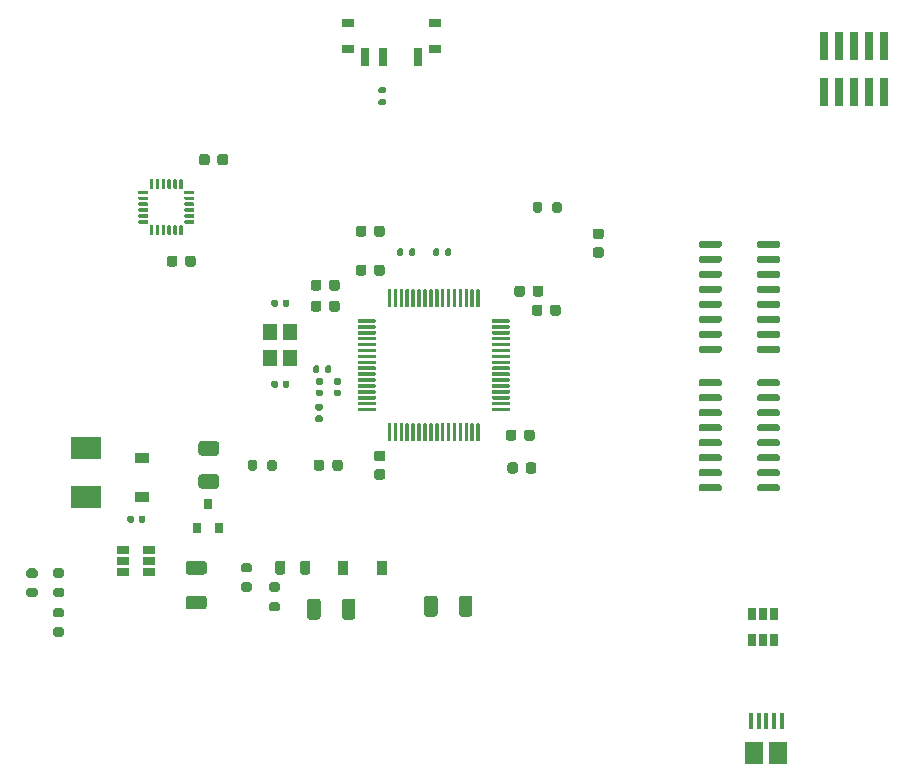
<source format=gbr>
%TF.GenerationSoftware,KiCad,Pcbnew,(5.1.8)-1*%
%TF.CreationDate,2020-12-28T13:01:50-08:00*%
%TF.ProjectId,STMboard,53544d62-6f61-4726-942e-6b696361645f,rev?*%
%TF.SameCoordinates,Original*%
%TF.FileFunction,Paste,Top*%
%TF.FilePolarity,Positive*%
%FSLAX46Y46*%
G04 Gerber Fmt 4.6, Leading zero omitted, Abs format (unit mm)*
G04 Created by KiCad (PCBNEW (5.1.8)-1) date 2020-12-28 13:01:50*
%MOMM*%
%LPD*%
G01*
G04 APERTURE LIST*
%ADD10R,0.740000X2.400000*%
%ADD11R,0.900000X1.200000*%
%ADD12R,1.200000X0.900000*%
%ADD13R,1.200000X1.400000*%
%ADD14R,1.500000X1.900000*%
%ADD15R,0.400000X1.350000*%
%ADD16R,2.500000X1.900000*%
%ADD17R,0.800000X0.900000*%
%ADD18R,0.700000X1.500000*%
%ADD19R,1.000000X0.800000*%
%ADD20R,1.060000X0.650000*%
%ADD21R,0.650000X1.060000*%
G04 APERTURE END LIST*
%TO.C,L2*%
G36*
G01*
X130462500Y-103845000D02*
X130117500Y-103845000D01*
G75*
G02*
X129970000Y-103697500I0J147500D01*
G01*
X129970000Y-103402500D01*
G75*
G02*
X130117500Y-103255000I147500J0D01*
G01*
X130462500Y-103255000D01*
G75*
G02*
X130610000Y-103402500I0J-147500D01*
G01*
X130610000Y-103697500D01*
G75*
G02*
X130462500Y-103845000I-147500J0D01*
G01*
G37*
G36*
G01*
X130462500Y-104815000D02*
X130117500Y-104815000D01*
G75*
G02*
X129970000Y-104667500I0J147500D01*
G01*
X129970000Y-104372500D01*
G75*
G02*
X130117500Y-104225000I147500J0D01*
G01*
X130462500Y-104225000D01*
G75*
G02*
X130610000Y-104372500I0J-147500D01*
G01*
X130610000Y-104667500D01*
G75*
G02*
X130462500Y-104815000I-147500J0D01*
G01*
G37*
%TD*%
%TO.C,FB1*%
G36*
G01*
X126550000Y-117511250D02*
X126550000Y-116748750D01*
G75*
G02*
X126768750Y-116530000I218750J0D01*
G01*
X127206250Y-116530000D01*
G75*
G02*
X127425000Y-116748750I0J-218750D01*
G01*
X127425000Y-117511250D01*
G75*
G02*
X127206250Y-117730000I-218750J0D01*
G01*
X126768750Y-117730000D01*
G75*
G02*
X126550000Y-117511250I0J218750D01*
G01*
G37*
G36*
G01*
X128675000Y-117511250D02*
X128675000Y-116748750D01*
G75*
G02*
X128893750Y-116530000I218750J0D01*
G01*
X129331250Y-116530000D01*
G75*
G02*
X129550000Y-116748750I0J-218750D01*
G01*
X129550000Y-117511250D01*
G75*
G02*
X129331250Y-117730000I-218750J0D01*
G01*
X128893750Y-117730000D01*
G75*
G02*
X128675000Y-117511250I0J218750D01*
G01*
G37*
%TD*%
%TO.C,C13*%
G36*
G01*
X115008000Y-113200000D02*
X115008000Y-112860000D01*
G75*
G02*
X115148000Y-112720000I140000J0D01*
G01*
X115428000Y-112720000D01*
G75*
G02*
X115568000Y-112860000I0J-140000D01*
G01*
X115568000Y-113200000D01*
G75*
G02*
X115428000Y-113340000I-140000J0D01*
G01*
X115148000Y-113340000D01*
G75*
G02*
X115008000Y-113200000I0J140000D01*
G01*
G37*
G36*
G01*
X114048000Y-113200000D02*
X114048000Y-112860000D01*
G75*
G02*
X114188000Y-112720000I140000J0D01*
G01*
X114468000Y-112720000D01*
G75*
G02*
X114608000Y-112860000I0J-140000D01*
G01*
X114608000Y-113200000D01*
G75*
G02*
X114468000Y-113340000I-140000J0D01*
G01*
X114188000Y-113340000D01*
G75*
G02*
X114048000Y-113200000I0J140000D01*
G01*
G37*
%TD*%
D10*
%TO.C,J3*%
X173020000Y-76870000D03*
X173020000Y-72970000D03*
X174290000Y-76870000D03*
X174290000Y-72970000D03*
X175560000Y-76870000D03*
X175560000Y-72970000D03*
X176830000Y-76870000D03*
X176830000Y-72970000D03*
X178100000Y-76870000D03*
X178100000Y-72970000D03*
%TD*%
%TO.C,C12*%
G36*
G01*
X120125000Y-82830000D02*
X120125000Y-82330000D01*
G75*
G02*
X120350000Y-82105000I225000J0D01*
G01*
X120800000Y-82105000D01*
G75*
G02*
X121025000Y-82330000I0J-225000D01*
G01*
X121025000Y-82830000D01*
G75*
G02*
X120800000Y-83055000I-225000J0D01*
G01*
X120350000Y-83055000D01*
G75*
G02*
X120125000Y-82830000I0J225000D01*
G01*
G37*
G36*
G01*
X121675000Y-82830000D02*
X121675000Y-82330000D01*
G75*
G02*
X121900000Y-82105000I225000J0D01*
G01*
X122350000Y-82105000D01*
G75*
G02*
X122575000Y-82330000I0J-225000D01*
G01*
X122575000Y-82830000D01*
G75*
G02*
X122350000Y-83055000I-225000J0D01*
G01*
X121900000Y-83055000D01*
G75*
G02*
X121675000Y-82830000I0J225000D01*
G01*
G37*
%TD*%
%TO.C,C4*%
G36*
G01*
X148295000Y-95590000D02*
X148295000Y-95090000D01*
G75*
G02*
X148520000Y-94865000I225000J0D01*
G01*
X148970000Y-94865000D01*
G75*
G02*
X149195000Y-95090000I0J-225000D01*
G01*
X149195000Y-95590000D01*
G75*
G02*
X148970000Y-95815000I-225000J0D01*
G01*
X148520000Y-95815000D01*
G75*
G02*
X148295000Y-95590000I0J225000D01*
G01*
G37*
G36*
G01*
X149845000Y-95590000D02*
X149845000Y-95090000D01*
G75*
G02*
X150070000Y-94865000I225000J0D01*
G01*
X150520000Y-94865000D01*
G75*
G02*
X150745000Y-95090000I0J-225000D01*
G01*
X150745000Y-95590000D01*
G75*
G02*
X150520000Y-95815000I-225000J0D01*
G01*
X150070000Y-95815000D01*
G75*
G02*
X149845000Y-95590000I0J225000D01*
G01*
G37*
%TD*%
%TO.C,U1*%
G36*
G01*
X133550000Y-96325000D02*
X133550000Y-96175000D01*
G75*
G02*
X133625000Y-96100000I75000J0D01*
G01*
X135025000Y-96100000D01*
G75*
G02*
X135100000Y-96175000I0J-75000D01*
G01*
X135100000Y-96325000D01*
G75*
G02*
X135025000Y-96400000I-75000J0D01*
G01*
X133625000Y-96400000D01*
G75*
G02*
X133550000Y-96325000I0J75000D01*
G01*
G37*
G36*
G01*
X133550000Y-96825000D02*
X133550000Y-96675000D01*
G75*
G02*
X133625000Y-96600000I75000J0D01*
G01*
X135025000Y-96600000D01*
G75*
G02*
X135100000Y-96675000I0J-75000D01*
G01*
X135100000Y-96825000D01*
G75*
G02*
X135025000Y-96900000I-75000J0D01*
G01*
X133625000Y-96900000D01*
G75*
G02*
X133550000Y-96825000I0J75000D01*
G01*
G37*
G36*
G01*
X133550000Y-97325000D02*
X133550000Y-97175000D01*
G75*
G02*
X133625000Y-97100000I75000J0D01*
G01*
X135025000Y-97100000D01*
G75*
G02*
X135100000Y-97175000I0J-75000D01*
G01*
X135100000Y-97325000D01*
G75*
G02*
X135025000Y-97400000I-75000J0D01*
G01*
X133625000Y-97400000D01*
G75*
G02*
X133550000Y-97325000I0J75000D01*
G01*
G37*
G36*
G01*
X133550000Y-97825000D02*
X133550000Y-97675000D01*
G75*
G02*
X133625000Y-97600000I75000J0D01*
G01*
X135025000Y-97600000D01*
G75*
G02*
X135100000Y-97675000I0J-75000D01*
G01*
X135100000Y-97825000D01*
G75*
G02*
X135025000Y-97900000I-75000J0D01*
G01*
X133625000Y-97900000D01*
G75*
G02*
X133550000Y-97825000I0J75000D01*
G01*
G37*
G36*
G01*
X133550000Y-98325000D02*
X133550000Y-98175000D01*
G75*
G02*
X133625000Y-98100000I75000J0D01*
G01*
X135025000Y-98100000D01*
G75*
G02*
X135100000Y-98175000I0J-75000D01*
G01*
X135100000Y-98325000D01*
G75*
G02*
X135025000Y-98400000I-75000J0D01*
G01*
X133625000Y-98400000D01*
G75*
G02*
X133550000Y-98325000I0J75000D01*
G01*
G37*
G36*
G01*
X133550000Y-98825000D02*
X133550000Y-98675000D01*
G75*
G02*
X133625000Y-98600000I75000J0D01*
G01*
X135025000Y-98600000D01*
G75*
G02*
X135100000Y-98675000I0J-75000D01*
G01*
X135100000Y-98825000D01*
G75*
G02*
X135025000Y-98900000I-75000J0D01*
G01*
X133625000Y-98900000D01*
G75*
G02*
X133550000Y-98825000I0J75000D01*
G01*
G37*
G36*
G01*
X133550000Y-99325000D02*
X133550000Y-99175000D01*
G75*
G02*
X133625000Y-99100000I75000J0D01*
G01*
X135025000Y-99100000D01*
G75*
G02*
X135100000Y-99175000I0J-75000D01*
G01*
X135100000Y-99325000D01*
G75*
G02*
X135025000Y-99400000I-75000J0D01*
G01*
X133625000Y-99400000D01*
G75*
G02*
X133550000Y-99325000I0J75000D01*
G01*
G37*
G36*
G01*
X133550000Y-99825000D02*
X133550000Y-99675000D01*
G75*
G02*
X133625000Y-99600000I75000J0D01*
G01*
X135025000Y-99600000D01*
G75*
G02*
X135100000Y-99675000I0J-75000D01*
G01*
X135100000Y-99825000D01*
G75*
G02*
X135025000Y-99900000I-75000J0D01*
G01*
X133625000Y-99900000D01*
G75*
G02*
X133550000Y-99825000I0J75000D01*
G01*
G37*
G36*
G01*
X133550000Y-100325000D02*
X133550000Y-100175000D01*
G75*
G02*
X133625000Y-100100000I75000J0D01*
G01*
X135025000Y-100100000D01*
G75*
G02*
X135100000Y-100175000I0J-75000D01*
G01*
X135100000Y-100325000D01*
G75*
G02*
X135025000Y-100400000I-75000J0D01*
G01*
X133625000Y-100400000D01*
G75*
G02*
X133550000Y-100325000I0J75000D01*
G01*
G37*
G36*
G01*
X133550000Y-100825000D02*
X133550000Y-100675000D01*
G75*
G02*
X133625000Y-100600000I75000J0D01*
G01*
X135025000Y-100600000D01*
G75*
G02*
X135100000Y-100675000I0J-75000D01*
G01*
X135100000Y-100825000D01*
G75*
G02*
X135025000Y-100900000I-75000J0D01*
G01*
X133625000Y-100900000D01*
G75*
G02*
X133550000Y-100825000I0J75000D01*
G01*
G37*
G36*
G01*
X133550000Y-101325000D02*
X133550000Y-101175000D01*
G75*
G02*
X133625000Y-101100000I75000J0D01*
G01*
X135025000Y-101100000D01*
G75*
G02*
X135100000Y-101175000I0J-75000D01*
G01*
X135100000Y-101325000D01*
G75*
G02*
X135025000Y-101400000I-75000J0D01*
G01*
X133625000Y-101400000D01*
G75*
G02*
X133550000Y-101325000I0J75000D01*
G01*
G37*
G36*
G01*
X133550000Y-101825000D02*
X133550000Y-101675000D01*
G75*
G02*
X133625000Y-101600000I75000J0D01*
G01*
X135025000Y-101600000D01*
G75*
G02*
X135100000Y-101675000I0J-75000D01*
G01*
X135100000Y-101825000D01*
G75*
G02*
X135025000Y-101900000I-75000J0D01*
G01*
X133625000Y-101900000D01*
G75*
G02*
X133550000Y-101825000I0J75000D01*
G01*
G37*
G36*
G01*
X133550000Y-102325000D02*
X133550000Y-102175000D01*
G75*
G02*
X133625000Y-102100000I75000J0D01*
G01*
X135025000Y-102100000D01*
G75*
G02*
X135100000Y-102175000I0J-75000D01*
G01*
X135100000Y-102325000D01*
G75*
G02*
X135025000Y-102400000I-75000J0D01*
G01*
X133625000Y-102400000D01*
G75*
G02*
X133550000Y-102325000I0J75000D01*
G01*
G37*
G36*
G01*
X133550000Y-102825000D02*
X133550000Y-102675000D01*
G75*
G02*
X133625000Y-102600000I75000J0D01*
G01*
X135025000Y-102600000D01*
G75*
G02*
X135100000Y-102675000I0J-75000D01*
G01*
X135100000Y-102825000D01*
G75*
G02*
X135025000Y-102900000I-75000J0D01*
G01*
X133625000Y-102900000D01*
G75*
G02*
X133550000Y-102825000I0J75000D01*
G01*
G37*
G36*
G01*
X133550000Y-103325000D02*
X133550000Y-103175000D01*
G75*
G02*
X133625000Y-103100000I75000J0D01*
G01*
X135025000Y-103100000D01*
G75*
G02*
X135100000Y-103175000I0J-75000D01*
G01*
X135100000Y-103325000D01*
G75*
G02*
X135025000Y-103400000I-75000J0D01*
G01*
X133625000Y-103400000D01*
G75*
G02*
X133550000Y-103325000I0J75000D01*
G01*
G37*
G36*
G01*
X133550000Y-103825000D02*
X133550000Y-103675000D01*
G75*
G02*
X133625000Y-103600000I75000J0D01*
G01*
X135025000Y-103600000D01*
G75*
G02*
X135100000Y-103675000I0J-75000D01*
G01*
X135100000Y-103825000D01*
G75*
G02*
X135025000Y-103900000I-75000J0D01*
G01*
X133625000Y-103900000D01*
G75*
G02*
X133550000Y-103825000I0J75000D01*
G01*
G37*
G36*
G01*
X136100000Y-106375000D02*
X136100000Y-104975000D01*
G75*
G02*
X136175000Y-104900000I75000J0D01*
G01*
X136325000Y-104900000D01*
G75*
G02*
X136400000Y-104975000I0J-75000D01*
G01*
X136400000Y-106375000D01*
G75*
G02*
X136325000Y-106450000I-75000J0D01*
G01*
X136175000Y-106450000D01*
G75*
G02*
X136100000Y-106375000I0J75000D01*
G01*
G37*
G36*
G01*
X136600000Y-106375000D02*
X136600000Y-104975000D01*
G75*
G02*
X136675000Y-104900000I75000J0D01*
G01*
X136825000Y-104900000D01*
G75*
G02*
X136900000Y-104975000I0J-75000D01*
G01*
X136900000Y-106375000D01*
G75*
G02*
X136825000Y-106450000I-75000J0D01*
G01*
X136675000Y-106450000D01*
G75*
G02*
X136600000Y-106375000I0J75000D01*
G01*
G37*
G36*
G01*
X137100000Y-106375000D02*
X137100000Y-104975000D01*
G75*
G02*
X137175000Y-104900000I75000J0D01*
G01*
X137325000Y-104900000D01*
G75*
G02*
X137400000Y-104975000I0J-75000D01*
G01*
X137400000Y-106375000D01*
G75*
G02*
X137325000Y-106450000I-75000J0D01*
G01*
X137175000Y-106450000D01*
G75*
G02*
X137100000Y-106375000I0J75000D01*
G01*
G37*
G36*
G01*
X137600000Y-106375000D02*
X137600000Y-104975000D01*
G75*
G02*
X137675000Y-104900000I75000J0D01*
G01*
X137825000Y-104900000D01*
G75*
G02*
X137900000Y-104975000I0J-75000D01*
G01*
X137900000Y-106375000D01*
G75*
G02*
X137825000Y-106450000I-75000J0D01*
G01*
X137675000Y-106450000D01*
G75*
G02*
X137600000Y-106375000I0J75000D01*
G01*
G37*
G36*
G01*
X138100000Y-106375000D02*
X138100000Y-104975000D01*
G75*
G02*
X138175000Y-104900000I75000J0D01*
G01*
X138325000Y-104900000D01*
G75*
G02*
X138400000Y-104975000I0J-75000D01*
G01*
X138400000Y-106375000D01*
G75*
G02*
X138325000Y-106450000I-75000J0D01*
G01*
X138175000Y-106450000D01*
G75*
G02*
X138100000Y-106375000I0J75000D01*
G01*
G37*
G36*
G01*
X138600000Y-106375000D02*
X138600000Y-104975000D01*
G75*
G02*
X138675000Y-104900000I75000J0D01*
G01*
X138825000Y-104900000D01*
G75*
G02*
X138900000Y-104975000I0J-75000D01*
G01*
X138900000Y-106375000D01*
G75*
G02*
X138825000Y-106450000I-75000J0D01*
G01*
X138675000Y-106450000D01*
G75*
G02*
X138600000Y-106375000I0J75000D01*
G01*
G37*
G36*
G01*
X139100000Y-106375000D02*
X139100000Y-104975000D01*
G75*
G02*
X139175000Y-104900000I75000J0D01*
G01*
X139325000Y-104900000D01*
G75*
G02*
X139400000Y-104975000I0J-75000D01*
G01*
X139400000Y-106375000D01*
G75*
G02*
X139325000Y-106450000I-75000J0D01*
G01*
X139175000Y-106450000D01*
G75*
G02*
X139100000Y-106375000I0J75000D01*
G01*
G37*
G36*
G01*
X139600000Y-106375000D02*
X139600000Y-104975000D01*
G75*
G02*
X139675000Y-104900000I75000J0D01*
G01*
X139825000Y-104900000D01*
G75*
G02*
X139900000Y-104975000I0J-75000D01*
G01*
X139900000Y-106375000D01*
G75*
G02*
X139825000Y-106450000I-75000J0D01*
G01*
X139675000Y-106450000D01*
G75*
G02*
X139600000Y-106375000I0J75000D01*
G01*
G37*
G36*
G01*
X140100000Y-106375000D02*
X140100000Y-104975000D01*
G75*
G02*
X140175000Y-104900000I75000J0D01*
G01*
X140325000Y-104900000D01*
G75*
G02*
X140400000Y-104975000I0J-75000D01*
G01*
X140400000Y-106375000D01*
G75*
G02*
X140325000Y-106450000I-75000J0D01*
G01*
X140175000Y-106450000D01*
G75*
G02*
X140100000Y-106375000I0J75000D01*
G01*
G37*
G36*
G01*
X140600000Y-106375000D02*
X140600000Y-104975000D01*
G75*
G02*
X140675000Y-104900000I75000J0D01*
G01*
X140825000Y-104900000D01*
G75*
G02*
X140900000Y-104975000I0J-75000D01*
G01*
X140900000Y-106375000D01*
G75*
G02*
X140825000Y-106450000I-75000J0D01*
G01*
X140675000Y-106450000D01*
G75*
G02*
X140600000Y-106375000I0J75000D01*
G01*
G37*
G36*
G01*
X141100000Y-106375000D02*
X141100000Y-104975000D01*
G75*
G02*
X141175000Y-104900000I75000J0D01*
G01*
X141325000Y-104900000D01*
G75*
G02*
X141400000Y-104975000I0J-75000D01*
G01*
X141400000Y-106375000D01*
G75*
G02*
X141325000Y-106450000I-75000J0D01*
G01*
X141175000Y-106450000D01*
G75*
G02*
X141100000Y-106375000I0J75000D01*
G01*
G37*
G36*
G01*
X141600000Y-106375000D02*
X141600000Y-104975000D01*
G75*
G02*
X141675000Y-104900000I75000J0D01*
G01*
X141825000Y-104900000D01*
G75*
G02*
X141900000Y-104975000I0J-75000D01*
G01*
X141900000Y-106375000D01*
G75*
G02*
X141825000Y-106450000I-75000J0D01*
G01*
X141675000Y-106450000D01*
G75*
G02*
X141600000Y-106375000I0J75000D01*
G01*
G37*
G36*
G01*
X142100000Y-106375000D02*
X142100000Y-104975000D01*
G75*
G02*
X142175000Y-104900000I75000J0D01*
G01*
X142325000Y-104900000D01*
G75*
G02*
X142400000Y-104975000I0J-75000D01*
G01*
X142400000Y-106375000D01*
G75*
G02*
X142325000Y-106450000I-75000J0D01*
G01*
X142175000Y-106450000D01*
G75*
G02*
X142100000Y-106375000I0J75000D01*
G01*
G37*
G36*
G01*
X142600000Y-106375000D02*
X142600000Y-104975000D01*
G75*
G02*
X142675000Y-104900000I75000J0D01*
G01*
X142825000Y-104900000D01*
G75*
G02*
X142900000Y-104975000I0J-75000D01*
G01*
X142900000Y-106375000D01*
G75*
G02*
X142825000Y-106450000I-75000J0D01*
G01*
X142675000Y-106450000D01*
G75*
G02*
X142600000Y-106375000I0J75000D01*
G01*
G37*
G36*
G01*
X143100000Y-106375000D02*
X143100000Y-104975000D01*
G75*
G02*
X143175000Y-104900000I75000J0D01*
G01*
X143325000Y-104900000D01*
G75*
G02*
X143400000Y-104975000I0J-75000D01*
G01*
X143400000Y-106375000D01*
G75*
G02*
X143325000Y-106450000I-75000J0D01*
G01*
X143175000Y-106450000D01*
G75*
G02*
X143100000Y-106375000I0J75000D01*
G01*
G37*
G36*
G01*
X143600000Y-106375000D02*
X143600000Y-104975000D01*
G75*
G02*
X143675000Y-104900000I75000J0D01*
G01*
X143825000Y-104900000D01*
G75*
G02*
X143900000Y-104975000I0J-75000D01*
G01*
X143900000Y-106375000D01*
G75*
G02*
X143825000Y-106450000I-75000J0D01*
G01*
X143675000Y-106450000D01*
G75*
G02*
X143600000Y-106375000I0J75000D01*
G01*
G37*
G36*
G01*
X144900000Y-103825000D02*
X144900000Y-103675000D01*
G75*
G02*
X144975000Y-103600000I75000J0D01*
G01*
X146375000Y-103600000D01*
G75*
G02*
X146450000Y-103675000I0J-75000D01*
G01*
X146450000Y-103825000D01*
G75*
G02*
X146375000Y-103900000I-75000J0D01*
G01*
X144975000Y-103900000D01*
G75*
G02*
X144900000Y-103825000I0J75000D01*
G01*
G37*
G36*
G01*
X144900000Y-103325000D02*
X144900000Y-103175000D01*
G75*
G02*
X144975000Y-103100000I75000J0D01*
G01*
X146375000Y-103100000D01*
G75*
G02*
X146450000Y-103175000I0J-75000D01*
G01*
X146450000Y-103325000D01*
G75*
G02*
X146375000Y-103400000I-75000J0D01*
G01*
X144975000Y-103400000D01*
G75*
G02*
X144900000Y-103325000I0J75000D01*
G01*
G37*
G36*
G01*
X144900000Y-102825000D02*
X144900000Y-102675000D01*
G75*
G02*
X144975000Y-102600000I75000J0D01*
G01*
X146375000Y-102600000D01*
G75*
G02*
X146450000Y-102675000I0J-75000D01*
G01*
X146450000Y-102825000D01*
G75*
G02*
X146375000Y-102900000I-75000J0D01*
G01*
X144975000Y-102900000D01*
G75*
G02*
X144900000Y-102825000I0J75000D01*
G01*
G37*
G36*
G01*
X144900000Y-102325000D02*
X144900000Y-102175000D01*
G75*
G02*
X144975000Y-102100000I75000J0D01*
G01*
X146375000Y-102100000D01*
G75*
G02*
X146450000Y-102175000I0J-75000D01*
G01*
X146450000Y-102325000D01*
G75*
G02*
X146375000Y-102400000I-75000J0D01*
G01*
X144975000Y-102400000D01*
G75*
G02*
X144900000Y-102325000I0J75000D01*
G01*
G37*
G36*
G01*
X144900000Y-101825000D02*
X144900000Y-101675000D01*
G75*
G02*
X144975000Y-101600000I75000J0D01*
G01*
X146375000Y-101600000D01*
G75*
G02*
X146450000Y-101675000I0J-75000D01*
G01*
X146450000Y-101825000D01*
G75*
G02*
X146375000Y-101900000I-75000J0D01*
G01*
X144975000Y-101900000D01*
G75*
G02*
X144900000Y-101825000I0J75000D01*
G01*
G37*
G36*
G01*
X144900000Y-101325000D02*
X144900000Y-101175000D01*
G75*
G02*
X144975000Y-101100000I75000J0D01*
G01*
X146375000Y-101100000D01*
G75*
G02*
X146450000Y-101175000I0J-75000D01*
G01*
X146450000Y-101325000D01*
G75*
G02*
X146375000Y-101400000I-75000J0D01*
G01*
X144975000Y-101400000D01*
G75*
G02*
X144900000Y-101325000I0J75000D01*
G01*
G37*
G36*
G01*
X144900000Y-100825000D02*
X144900000Y-100675000D01*
G75*
G02*
X144975000Y-100600000I75000J0D01*
G01*
X146375000Y-100600000D01*
G75*
G02*
X146450000Y-100675000I0J-75000D01*
G01*
X146450000Y-100825000D01*
G75*
G02*
X146375000Y-100900000I-75000J0D01*
G01*
X144975000Y-100900000D01*
G75*
G02*
X144900000Y-100825000I0J75000D01*
G01*
G37*
G36*
G01*
X144900000Y-100325000D02*
X144900000Y-100175000D01*
G75*
G02*
X144975000Y-100100000I75000J0D01*
G01*
X146375000Y-100100000D01*
G75*
G02*
X146450000Y-100175000I0J-75000D01*
G01*
X146450000Y-100325000D01*
G75*
G02*
X146375000Y-100400000I-75000J0D01*
G01*
X144975000Y-100400000D01*
G75*
G02*
X144900000Y-100325000I0J75000D01*
G01*
G37*
G36*
G01*
X144900000Y-99825000D02*
X144900000Y-99675000D01*
G75*
G02*
X144975000Y-99600000I75000J0D01*
G01*
X146375000Y-99600000D01*
G75*
G02*
X146450000Y-99675000I0J-75000D01*
G01*
X146450000Y-99825000D01*
G75*
G02*
X146375000Y-99900000I-75000J0D01*
G01*
X144975000Y-99900000D01*
G75*
G02*
X144900000Y-99825000I0J75000D01*
G01*
G37*
G36*
G01*
X144900000Y-99325000D02*
X144900000Y-99175000D01*
G75*
G02*
X144975000Y-99100000I75000J0D01*
G01*
X146375000Y-99100000D01*
G75*
G02*
X146450000Y-99175000I0J-75000D01*
G01*
X146450000Y-99325000D01*
G75*
G02*
X146375000Y-99400000I-75000J0D01*
G01*
X144975000Y-99400000D01*
G75*
G02*
X144900000Y-99325000I0J75000D01*
G01*
G37*
G36*
G01*
X144900000Y-98825000D02*
X144900000Y-98675000D01*
G75*
G02*
X144975000Y-98600000I75000J0D01*
G01*
X146375000Y-98600000D01*
G75*
G02*
X146450000Y-98675000I0J-75000D01*
G01*
X146450000Y-98825000D01*
G75*
G02*
X146375000Y-98900000I-75000J0D01*
G01*
X144975000Y-98900000D01*
G75*
G02*
X144900000Y-98825000I0J75000D01*
G01*
G37*
G36*
G01*
X144900000Y-98325000D02*
X144900000Y-98175000D01*
G75*
G02*
X144975000Y-98100000I75000J0D01*
G01*
X146375000Y-98100000D01*
G75*
G02*
X146450000Y-98175000I0J-75000D01*
G01*
X146450000Y-98325000D01*
G75*
G02*
X146375000Y-98400000I-75000J0D01*
G01*
X144975000Y-98400000D01*
G75*
G02*
X144900000Y-98325000I0J75000D01*
G01*
G37*
G36*
G01*
X144900000Y-97825000D02*
X144900000Y-97675000D01*
G75*
G02*
X144975000Y-97600000I75000J0D01*
G01*
X146375000Y-97600000D01*
G75*
G02*
X146450000Y-97675000I0J-75000D01*
G01*
X146450000Y-97825000D01*
G75*
G02*
X146375000Y-97900000I-75000J0D01*
G01*
X144975000Y-97900000D01*
G75*
G02*
X144900000Y-97825000I0J75000D01*
G01*
G37*
G36*
G01*
X144900000Y-97325000D02*
X144900000Y-97175000D01*
G75*
G02*
X144975000Y-97100000I75000J0D01*
G01*
X146375000Y-97100000D01*
G75*
G02*
X146450000Y-97175000I0J-75000D01*
G01*
X146450000Y-97325000D01*
G75*
G02*
X146375000Y-97400000I-75000J0D01*
G01*
X144975000Y-97400000D01*
G75*
G02*
X144900000Y-97325000I0J75000D01*
G01*
G37*
G36*
G01*
X144900000Y-96825000D02*
X144900000Y-96675000D01*
G75*
G02*
X144975000Y-96600000I75000J0D01*
G01*
X146375000Y-96600000D01*
G75*
G02*
X146450000Y-96675000I0J-75000D01*
G01*
X146450000Y-96825000D01*
G75*
G02*
X146375000Y-96900000I-75000J0D01*
G01*
X144975000Y-96900000D01*
G75*
G02*
X144900000Y-96825000I0J75000D01*
G01*
G37*
G36*
G01*
X144900000Y-96325000D02*
X144900000Y-96175000D01*
G75*
G02*
X144975000Y-96100000I75000J0D01*
G01*
X146375000Y-96100000D01*
G75*
G02*
X146450000Y-96175000I0J-75000D01*
G01*
X146450000Y-96325000D01*
G75*
G02*
X146375000Y-96400000I-75000J0D01*
G01*
X144975000Y-96400000D01*
G75*
G02*
X144900000Y-96325000I0J75000D01*
G01*
G37*
G36*
G01*
X143600000Y-95025000D02*
X143600000Y-93625000D01*
G75*
G02*
X143675000Y-93550000I75000J0D01*
G01*
X143825000Y-93550000D01*
G75*
G02*
X143900000Y-93625000I0J-75000D01*
G01*
X143900000Y-95025000D01*
G75*
G02*
X143825000Y-95100000I-75000J0D01*
G01*
X143675000Y-95100000D01*
G75*
G02*
X143600000Y-95025000I0J75000D01*
G01*
G37*
G36*
G01*
X143100000Y-95025000D02*
X143100000Y-93625000D01*
G75*
G02*
X143175000Y-93550000I75000J0D01*
G01*
X143325000Y-93550000D01*
G75*
G02*
X143400000Y-93625000I0J-75000D01*
G01*
X143400000Y-95025000D01*
G75*
G02*
X143325000Y-95100000I-75000J0D01*
G01*
X143175000Y-95100000D01*
G75*
G02*
X143100000Y-95025000I0J75000D01*
G01*
G37*
G36*
G01*
X142600000Y-95025000D02*
X142600000Y-93625000D01*
G75*
G02*
X142675000Y-93550000I75000J0D01*
G01*
X142825000Y-93550000D01*
G75*
G02*
X142900000Y-93625000I0J-75000D01*
G01*
X142900000Y-95025000D01*
G75*
G02*
X142825000Y-95100000I-75000J0D01*
G01*
X142675000Y-95100000D01*
G75*
G02*
X142600000Y-95025000I0J75000D01*
G01*
G37*
G36*
G01*
X142100000Y-95025000D02*
X142100000Y-93625000D01*
G75*
G02*
X142175000Y-93550000I75000J0D01*
G01*
X142325000Y-93550000D01*
G75*
G02*
X142400000Y-93625000I0J-75000D01*
G01*
X142400000Y-95025000D01*
G75*
G02*
X142325000Y-95100000I-75000J0D01*
G01*
X142175000Y-95100000D01*
G75*
G02*
X142100000Y-95025000I0J75000D01*
G01*
G37*
G36*
G01*
X141600000Y-95025000D02*
X141600000Y-93625000D01*
G75*
G02*
X141675000Y-93550000I75000J0D01*
G01*
X141825000Y-93550000D01*
G75*
G02*
X141900000Y-93625000I0J-75000D01*
G01*
X141900000Y-95025000D01*
G75*
G02*
X141825000Y-95100000I-75000J0D01*
G01*
X141675000Y-95100000D01*
G75*
G02*
X141600000Y-95025000I0J75000D01*
G01*
G37*
G36*
G01*
X141100000Y-95025000D02*
X141100000Y-93625000D01*
G75*
G02*
X141175000Y-93550000I75000J0D01*
G01*
X141325000Y-93550000D01*
G75*
G02*
X141400000Y-93625000I0J-75000D01*
G01*
X141400000Y-95025000D01*
G75*
G02*
X141325000Y-95100000I-75000J0D01*
G01*
X141175000Y-95100000D01*
G75*
G02*
X141100000Y-95025000I0J75000D01*
G01*
G37*
G36*
G01*
X140600000Y-95025000D02*
X140600000Y-93625000D01*
G75*
G02*
X140675000Y-93550000I75000J0D01*
G01*
X140825000Y-93550000D01*
G75*
G02*
X140900000Y-93625000I0J-75000D01*
G01*
X140900000Y-95025000D01*
G75*
G02*
X140825000Y-95100000I-75000J0D01*
G01*
X140675000Y-95100000D01*
G75*
G02*
X140600000Y-95025000I0J75000D01*
G01*
G37*
G36*
G01*
X140100000Y-95025000D02*
X140100000Y-93625000D01*
G75*
G02*
X140175000Y-93550000I75000J0D01*
G01*
X140325000Y-93550000D01*
G75*
G02*
X140400000Y-93625000I0J-75000D01*
G01*
X140400000Y-95025000D01*
G75*
G02*
X140325000Y-95100000I-75000J0D01*
G01*
X140175000Y-95100000D01*
G75*
G02*
X140100000Y-95025000I0J75000D01*
G01*
G37*
G36*
G01*
X139600000Y-95025000D02*
X139600000Y-93625000D01*
G75*
G02*
X139675000Y-93550000I75000J0D01*
G01*
X139825000Y-93550000D01*
G75*
G02*
X139900000Y-93625000I0J-75000D01*
G01*
X139900000Y-95025000D01*
G75*
G02*
X139825000Y-95100000I-75000J0D01*
G01*
X139675000Y-95100000D01*
G75*
G02*
X139600000Y-95025000I0J75000D01*
G01*
G37*
G36*
G01*
X139100000Y-95025000D02*
X139100000Y-93625000D01*
G75*
G02*
X139175000Y-93550000I75000J0D01*
G01*
X139325000Y-93550000D01*
G75*
G02*
X139400000Y-93625000I0J-75000D01*
G01*
X139400000Y-95025000D01*
G75*
G02*
X139325000Y-95100000I-75000J0D01*
G01*
X139175000Y-95100000D01*
G75*
G02*
X139100000Y-95025000I0J75000D01*
G01*
G37*
G36*
G01*
X138600000Y-95025000D02*
X138600000Y-93625000D01*
G75*
G02*
X138675000Y-93550000I75000J0D01*
G01*
X138825000Y-93550000D01*
G75*
G02*
X138900000Y-93625000I0J-75000D01*
G01*
X138900000Y-95025000D01*
G75*
G02*
X138825000Y-95100000I-75000J0D01*
G01*
X138675000Y-95100000D01*
G75*
G02*
X138600000Y-95025000I0J75000D01*
G01*
G37*
G36*
G01*
X138100000Y-95025000D02*
X138100000Y-93625000D01*
G75*
G02*
X138175000Y-93550000I75000J0D01*
G01*
X138325000Y-93550000D01*
G75*
G02*
X138400000Y-93625000I0J-75000D01*
G01*
X138400000Y-95025000D01*
G75*
G02*
X138325000Y-95100000I-75000J0D01*
G01*
X138175000Y-95100000D01*
G75*
G02*
X138100000Y-95025000I0J75000D01*
G01*
G37*
G36*
G01*
X137600000Y-95025000D02*
X137600000Y-93625000D01*
G75*
G02*
X137675000Y-93550000I75000J0D01*
G01*
X137825000Y-93550000D01*
G75*
G02*
X137900000Y-93625000I0J-75000D01*
G01*
X137900000Y-95025000D01*
G75*
G02*
X137825000Y-95100000I-75000J0D01*
G01*
X137675000Y-95100000D01*
G75*
G02*
X137600000Y-95025000I0J75000D01*
G01*
G37*
G36*
G01*
X137100000Y-95025000D02*
X137100000Y-93625000D01*
G75*
G02*
X137175000Y-93550000I75000J0D01*
G01*
X137325000Y-93550000D01*
G75*
G02*
X137400000Y-93625000I0J-75000D01*
G01*
X137400000Y-95025000D01*
G75*
G02*
X137325000Y-95100000I-75000J0D01*
G01*
X137175000Y-95100000D01*
G75*
G02*
X137100000Y-95025000I0J75000D01*
G01*
G37*
G36*
G01*
X136600000Y-95025000D02*
X136600000Y-93625000D01*
G75*
G02*
X136675000Y-93550000I75000J0D01*
G01*
X136825000Y-93550000D01*
G75*
G02*
X136900000Y-93625000I0J-75000D01*
G01*
X136900000Y-95025000D01*
G75*
G02*
X136825000Y-95100000I-75000J0D01*
G01*
X136675000Y-95100000D01*
G75*
G02*
X136600000Y-95025000I0J75000D01*
G01*
G37*
G36*
G01*
X136100000Y-95025000D02*
X136100000Y-93625000D01*
G75*
G02*
X136175000Y-93550000I75000J0D01*
G01*
X136325000Y-93550000D01*
G75*
G02*
X136400000Y-93625000I0J-75000D01*
G01*
X136400000Y-95025000D01*
G75*
G02*
X136325000Y-95100000I-75000J0D01*
G01*
X136175000Y-95100000D01*
G75*
G02*
X136100000Y-95025000I0J75000D01*
G01*
G37*
%TD*%
%TO.C,R3*%
G36*
G01*
X124415000Y-117535000D02*
X123865000Y-117535000D01*
G75*
G02*
X123665000Y-117335000I0J200000D01*
G01*
X123665000Y-116935000D01*
G75*
G02*
X123865000Y-116735000I200000J0D01*
G01*
X124415000Y-116735000D01*
G75*
G02*
X124615000Y-116935000I0J-200000D01*
G01*
X124615000Y-117335000D01*
G75*
G02*
X124415000Y-117535000I-200000J0D01*
G01*
G37*
G36*
G01*
X124415000Y-119185000D02*
X123865000Y-119185000D01*
G75*
G02*
X123665000Y-118985000I0J200000D01*
G01*
X123665000Y-118585000D01*
G75*
G02*
X123865000Y-118385000I200000J0D01*
G01*
X124415000Y-118385000D01*
G75*
G02*
X124615000Y-118585000I0J-200000D01*
G01*
X124615000Y-118985000D01*
G75*
G02*
X124415000Y-119185000I-200000J0D01*
G01*
G37*
%TD*%
%TO.C,C1*%
G36*
G01*
X130485000Y-94746000D02*
X130485000Y-95246000D01*
G75*
G02*
X130260000Y-95471000I-225000J0D01*
G01*
X129810000Y-95471000D01*
G75*
G02*
X129585000Y-95246000I0J225000D01*
G01*
X129585000Y-94746000D01*
G75*
G02*
X129810000Y-94521000I225000J0D01*
G01*
X130260000Y-94521000D01*
G75*
G02*
X130485000Y-94746000I0J-225000D01*
G01*
G37*
G36*
G01*
X132035000Y-94746000D02*
X132035000Y-95246000D01*
G75*
G02*
X131810000Y-95471000I-225000J0D01*
G01*
X131360000Y-95471000D01*
G75*
G02*
X131135000Y-95246000I0J225000D01*
G01*
X131135000Y-94746000D01*
G75*
G02*
X131360000Y-94521000I225000J0D01*
G01*
X131810000Y-94521000D01*
G75*
G02*
X132035000Y-94746000I0J-225000D01*
G01*
G37*
%TD*%
%TO.C,C2*%
G36*
G01*
X147775000Y-108940000D02*
X147775000Y-108440000D01*
G75*
G02*
X148000000Y-108215000I225000J0D01*
G01*
X148450000Y-108215000D01*
G75*
G02*
X148675000Y-108440000I0J-225000D01*
G01*
X148675000Y-108940000D01*
G75*
G02*
X148450000Y-109165000I-225000J0D01*
G01*
X148000000Y-109165000D01*
G75*
G02*
X147775000Y-108940000I0J225000D01*
G01*
G37*
G36*
G01*
X146225000Y-108940000D02*
X146225000Y-108440000D01*
G75*
G02*
X146450000Y-108215000I225000J0D01*
G01*
X146900000Y-108215000D01*
G75*
G02*
X147125000Y-108440000I0J-225000D01*
G01*
X147125000Y-108940000D01*
G75*
G02*
X146900000Y-109165000I-225000J0D01*
G01*
X146450000Y-109165000D01*
G75*
G02*
X146225000Y-108940000I0J225000D01*
G01*
G37*
%TD*%
%TO.C,C3*%
G36*
G01*
X132035000Y-92968000D02*
X132035000Y-93468000D01*
G75*
G02*
X131810000Y-93693000I-225000J0D01*
G01*
X131360000Y-93693000D01*
G75*
G02*
X131135000Y-93468000I0J225000D01*
G01*
X131135000Y-92968000D01*
G75*
G02*
X131360000Y-92743000I225000J0D01*
G01*
X131810000Y-92743000D01*
G75*
G02*
X132035000Y-92968000I0J-225000D01*
G01*
G37*
G36*
G01*
X130485000Y-92968000D02*
X130485000Y-93468000D01*
G75*
G02*
X130260000Y-93693000I-225000J0D01*
G01*
X129810000Y-93693000D01*
G75*
G02*
X129585000Y-93468000I0J225000D01*
G01*
X129585000Y-92968000D01*
G75*
G02*
X129810000Y-92743000I225000J0D01*
G01*
X130260000Y-92743000D01*
G75*
G02*
X130485000Y-92968000I0J-225000D01*
G01*
G37*
%TD*%
%TO.C,C5*%
G36*
G01*
X146095000Y-106168000D02*
X146095000Y-105668000D01*
G75*
G02*
X146320000Y-105443000I225000J0D01*
G01*
X146770000Y-105443000D01*
G75*
G02*
X146995000Y-105668000I0J-225000D01*
G01*
X146995000Y-106168000D01*
G75*
G02*
X146770000Y-106393000I-225000J0D01*
G01*
X146320000Y-106393000D01*
G75*
G02*
X146095000Y-106168000I0J225000D01*
G01*
G37*
G36*
G01*
X147645000Y-106168000D02*
X147645000Y-105668000D01*
G75*
G02*
X147870000Y-105443000I225000J0D01*
G01*
X148320000Y-105443000D01*
G75*
G02*
X148545000Y-105668000I0J-225000D01*
G01*
X148545000Y-106168000D01*
G75*
G02*
X148320000Y-106393000I-225000J0D01*
G01*
X147870000Y-106393000D01*
G75*
G02*
X147645000Y-106168000I0J225000D01*
G01*
G37*
%TD*%
%TO.C,C6*%
G36*
G01*
X134295000Y-91698000D02*
X134295000Y-92198000D01*
G75*
G02*
X134070000Y-92423000I-225000J0D01*
G01*
X133620000Y-92423000D01*
G75*
G02*
X133395000Y-92198000I0J225000D01*
G01*
X133395000Y-91698000D01*
G75*
G02*
X133620000Y-91473000I225000J0D01*
G01*
X134070000Y-91473000D01*
G75*
G02*
X134295000Y-91698000I0J-225000D01*
G01*
G37*
G36*
G01*
X135845000Y-91698000D02*
X135845000Y-92198000D01*
G75*
G02*
X135620000Y-92423000I-225000J0D01*
G01*
X135170000Y-92423000D01*
G75*
G02*
X134945000Y-92198000I0J225000D01*
G01*
X134945000Y-91698000D01*
G75*
G02*
X135170000Y-91473000I225000J0D01*
G01*
X135620000Y-91473000D01*
G75*
G02*
X135845000Y-91698000I0J-225000D01*
G01*
G37*
%TD*%
%TO.C,C7*%
G36*
G01*
X119237999Y-116568000D02*
X120538001Y-116568000D01*
G75*
G02*
X120788000Y-116817999I0J-249999D01*
G01*
X120788000Y-117468001D01*
G75*
G02*
X120538001Y-117718000I-249999J0D01*
G01*
X119237999Y-117718000D01*
G75*
G02*
X118988000Y-117468001I0J249999D01*
G01*
X118988000Y-116817999D01*
G75*
G02*
X119237999Y-116568000I249999J0D01*
G01*
G37*
G36*
G01*
X119237999Y-119518000D02*
X120538001Y-119518000D01*
G75*
G02*
X120788000Y-119767999I0J-249999D01*
G01*
X120788000Y-120418001D01*
G75*
G02*
X120538001Y-120668000I-249999J0D01*
G01*
X119237999Y-120668000D01*
G75*
G02*
X118988000Y-120418001I0J249999D01*
G01*
X118988000Y-119767999D01*
G75*
G02*
X119237999Y-119518000I249999J0D01*
G01*
G37*
%TD*%
%TO.C,C8*%
G36*
G01*
X135670000Y-109685000D02*
X135170000Y-109685000D01*
G75*
G02*
X134945000Y-109460000I0J225000D01*
G01*
X134945000Y-109010000D01*
G75*
G02*
X135170000Y-108785000I225000J0D01*
G01*
X135670000Y-108785000D01*
G75*
G02*
X135895000Y-109010000I0J-225000D01*
G01*
X135895000Y-109460000D01*
G75*
G02*
X135670000Y-109685000I-225000J0D01*
G01*
G37*
G36*
G01*
X135670000Y-108135000D02*
X135170000Y-108135000D01*
G75*
G02*
X134945000Y-107910000I0J225000D01*
G01*
X134945000Y-107460000D01*
G75*
G02*
X135170000Y-107235000I225000J0D01*
G01*
X135670000Y-107235000D01*
G75*
G02*
X135895000Y-107460000I0J-225000D01*
G01*
X135895000Y-107910000D01*
G75*
G02*
X135670000Y-108135000I-225000J0D01*
G01*
G37*
%TD*%
%TO.C,C9*%
G36*
G01*
X148370000Y-93980000D02*
X148370000Y-93480000D01*
G75*
G02*
X148595000Y-93255000I225000J0D01*
G01*
X149045000Y-93255000D01*
G75*
G02*
X149270000Y-93480000I0J-225000D01*
G01*
X149270000Y-93980000D01*
G75*
G02*
X149045000Y-94205000I-225000J0D01*
G01*
X148595000Y-94205000D01*
G75*
G02*
X148370000Y-93980000I0J225000D01*
G01*
G37*
G36*
G01*
X146820000Y-93980000D02*
X146820000Y-93480000D01*
G75*
G02*
X147045000Y-93255000I225000J0D01*
G01*
X147495000Y-93255000D01*
G75*
G02*
X147720000Y-93480000I0J-225000D01*
G01*
X147720000Y-93980000D01*
G75*
G02*
X147495000Y-94205000I-225000J0D01*
G01*
X147045000Y-94205000D01*
G75*
G02*
X146820000Y-93980000I0J225000D01*
G01*
G37*
%TD*%
%TO.C,C10*%
G36*
G01*
X134295000Y-88396000D02*
X134295000Y-88896000D01*
G75*
G02*
X134070000Y-89121000I-225000J0D01*
G01*
X133620000Y-89121000D01*
G75*
G02*
X133395000Y-88896000I0J225000D01*
G01*
X133395000Y-88396000D01*
G75*
G02*
X133620000Y-88171000I225000J0D01*
G01*
X134070000Y-88171000D01*
G75*
G02*
X134295000Y-88396000I0J-225000D01*
G01*
G37*
G36*
G01*
X135845000Y-88396000D02*
X135845000Y-88896000D01*
G75*
G02*
X135620000Y-89121000I-225000J0D01*
G01*
X135170000Y-89121000D01*
G75*
G02*
X134945000Y-88896000I0J225000D01*
G01*
X134945000Y-88396000D01*
G75*
G02*
X135170000Y-88171000I225000J0D01*
G01*
X135620000Y-88171000D01*
G75*
G02*
X135845000Y-88396000I0J-225000D01*
G01*
G37*
%TD*%
%TO.C,C11*%
G36*
G01*
X117393000Y-91436000D02*
X117393000Y-90936000D01*
G75*
G02*
X117618000Y-90711000I225000J0D01*
G01*
X118068000Y-90711000D01*
G75*
G02*
X118293000Y-90936000I0J-225000D01*
G01*
X118293000Y-91436000D01*
G75*
G02*
X118068000Y-91661000I-225000J0D01*
G01*
X117618000Y-91661000D01*
G75*
G02*
X117393000Y-91436000I0J225000D01*
G01*
G37*
G36*
G01*
X118943000Y-91436000D02*
X118943000Y-90936000D01*
G75*
G02*
X119168000Y-90711000I225000J0D01*
G01*
X119618000Y-90711000D01*
G75*
G02*
X119843000Y-90936000I0J-225000D01*
G01*
X119843000Y-91436000D01*
G75*
G02*
X119618000Y-91661000I-225000J0D01*
G01*
X119168000Y-91661000D01*
G75*
G02*
X118943000Y-91436000I0J225000D01*
G01*
G37*
%TD*%
%TO.C,C14*%
G36*
G01*
X133368000Y-119999999D02*
X133368000Y-121300001D01*
G75*
G02*
X133118001Y-121550000I-249999J0D01*
G01*
X132467999Y-121550000D01*
G75*
G02*
X132218000Y-121300001I0J249999D01*
G01*
X132218000Y-119999999D01*
G75*
G02*
X132467999Y-119750000I249999J0D01*
G01*
X133118001Y-119750000D01*
G75*
G02*
X133368000Y-119999999I0J-249999D01*
G01*
G37*
G36*
G01*
X130418000Y-119999999D02*
X130418000Y-121300001D01*
G75*
G02*
X130168001Y-121550000I-249999J0D01*
G01*
X129517999Y-121550000D01*
G75*
G02*
X129268000Y-121300001I0J249999D01*
G01*
X129268000Y-119999999D01*
G75*
G02*
X129517999Y-119750000I249999J0D01*
G01*
X130168001Y-119750000D01*
G75*
G02*
X130418000Y-119999999I0J-249999D01*
G01*
G37*
%TD*%
%TO.C,C15*%
G36*
G01*
X142124000Y-121046001D02*
X142124000Y-119745999D01*
G75*
G02*
X142373999Y-119496000I249999J0D01*
G01*
X143024001Y-119496000D01*
G75*
G02*
X143274000Y-119745999I0J-249999D01*
G01*
X143274000Y-121046001D01*
G75*
G02*
X143024001Y-121296000I-249999J0D01*
G01*
X142373999Y-121296000D01*
G75*
G02*
X142124000Y-121046001I0J249999D01*
G01*
G37*
G36*
G01*
X139174000Y-121046001D02*
X139174000Y-119745999D01*
G75*
G02*
X139423999Y-119496000I249999J0D01*
G01*
X140074001Y-119496000D01*
G75*
G02*
X140324000Y-119745999I0J-249999D01*
G01*
X140324000Y-121046001D01*
G75*
G02*
X140074001Y-121296000I-249999J0D01*
G01*
X139423999Y-121296000D01*
G75*
G02*
X139174000Y-121046001I0J249999D01*
G01*
G37*
%TD*%
%TO.C,C16*%
G36*
G01*
X126240000Y-94912000D02*
X126240000Y-94572000D01*
G75*
G02*
X126380000Y-94432000I140000J0D01*
G01*
X126660000Y-94432000D01*
G75*
G02*
X126800000Y-94572000I0J-140000D01*
G01*
X126800000Y-94912000D01*
G75*
G02*
X126660000Y-95052000I-140000J0D01*
G01*
X126380000Y-95052000D01*
G75*
G02*
X126240000Y-94912000I0J140000D01*
G01*
G37*
G36*
G01*
X127200000Y-94912000D02*
X127200000Y-94572000D01*
G75*
G02*
X127340000Y-94432000I140000J0D01*
G01*
X127620000Y-94432000D01*
G75*
G02*
X127760000Y-94572000I0J-140000D01*
G01*
X127760000Y-94912000D01*
G75*
G02*
X127620000Y-95052000I-140000J0D01*
G01*
X127340000Y-95052000D01*
G75*
G02*
X127200000Y-94912000I0J140000D01*
G01*
G37*
%TD*%
%TO.C,C17*%
G36*
G01*
X131996000Y-101654000D02*
X131656000Y-101654000D01*
G75*
G02*
X131516000Y-101514000I0J140000D01*
G01*
X131516000Y-101234000D01*
G75*
G02*
X131656000Y-101094000I140000J0D01*
G01*
X131996000Y-101094000D01*
G75*
G02*
X132136000Y-101234000I0J-140000D01*
G01*
X132136000Y-101514000D01*
G75*
G02*
X131996000Y-101654000I-140000J0D01*
G01*
G37*
G36*
G01*
X131996000Y-102614000D02*
X131656000Y-102614000D01*
G75*
G02*
X131516000Y-102474000I0J140000D01*
G01*
X131516000Y-102194000D01*
G75*
G02*
X131656000Y-102054000I140000J0D01*
G01*
X131996000Y-102054000D01*
G75*
G02*
X132136000Y-102194000I0J-140000D01*
G01*
X132136000Y-102474000D01*
G75*
G02*
X131996000Y-102614000I-140000J0D01*
G01*
G37*
%TD*%
%TO.C,C18*%
G36*
G01*
X126800000Y-101430000D02*
X126800000Y-101770000D01*
G75*
G02*
X126660000Y-101910000I-140000J0D01*
G01*
X126380000Y-101910000D01*
G75*
G02*
X126240000Y-101770000I0J140000D01*
G01*
X126240000Y-101430000D01*
G75*
G02*
X126380000Y-101290000I140000J0D01*
G01*
X126660000Y-101290000D01*
G75*
G02*
X126800000Y-101430000I0J-140000D01*
G01*
G37*
G36*
G01*
X127760000Y-101430000D02*
X127760000Y-101770000D01*
G75*
G02*
X127620000Y-101910000I-140000J0D01*
G01*
X127340000Y-101910000D01*
G75*
G02*
X127200000Y-101770000I0J140000D01*
G01*
X127200000Y-101430000D01*
G75*
G02*
X127340000Y-101290000I140000J0D01*
G01*
X127620000Y-101290000D01*
G75*
G02*
X127760000Y-101430000I0J-140000D01*
G01*
G37*
%TD*%
%TO.C,C19*%
G36*
G01*
X130472000Y-102614000D02*
X130132000Y-102614000D01*
G75*
G02*
X129992000Y-102474000I0J140000D01*
G01*
X129992000Y-102194000D01*
G75*
G02*
X130132000Y-102054000I140000J0D01*
G01*
X130472000Y-102054000D01*
G75*
G02*
X130612000Y-102194000I0J-140000D01*
G01*
X130612000Y-102474000D01*
G75*
G02*
X130472000Y-102614000I-140000J0D01*
G01*
G37*
G36*
G01*
X130472000Y-101654000D02*
X130132000Y-101654000D01*
G75*
G02*
X129992000Y-101514000I0J140000D01*
G01*
X129992000Y-101234000D01*
G75*
G02*
X130132000Y-101094000I140000J0D01*
G01*
X130472000Y-101094000D01*
G75*
G02*
X130612000Y-101234000I0J-140000D01*
G01*
X130612000Y-101514000D01*
G75*
G02*
X130472000Y-101654000I-140000J0D01*
G01*
G37*
%TD*%
%TO.C,D1*%
G36*
G01*
X129839000Y-108714250D02*
X129839000Y-108201750D01*
G75*
G02*
X130057750Y-107983000I218750J0D01*
G01*
X130495250Y-107983000D01*
G75*
G02*
X130714000Y-108201750I0J-218750D01*
G01*
X130714000Y-108714250D01*
G75*
G02*
X130495250Y-108933000I-218750J0D01*
G01*
X130057750Y-108933000D01*
G75*
G02*
X129839000Y-108714250I0J218750D01*
G01*
G37*
G36*
G01*
X131414000Y-108714250D02*
X131414000Y-108201750D01*
G75*
G02*
X131632750Y-107983000I218750J0D01*
G01*
X132070250Y-107983000D01*
G75*
G02*
X132289000Y-108201750I0J-218750D01*
G01*
X132289000Y-108714250D01*
G75*
G02*
X132070250Y-108933000I-218750J0D01*
G01*
X131632750Y-108933000D01*
G75*
G02*
X131414000Y-108714250I0J218750D01*
G01*
G37*
%TD*%
D11*
%TO.C,D2*%
X135600000Y-117130000D03*
X132300000Y-117130000D03*
%TD*%
D12*
%TO.C,D3*%
X115320000Y-111140000D03*
X115320000Y-107840000D03*
%TD*%
%TO.C,D4*%
G36*
G01*
X153667750Y-90012000D02*
X154180250Y-90012000D01*
G75*
G02*
X154399000Y-90230750I0J-218750D01*
G01*
X154399000Y-90668250D01*
G75*
G02*
X154180250Y-90887000I-218750J0D01*
G01*
X153667750Y-90887000D01*
G75*
G02*
X153449000Y-90668250I0J218750D01*
G01*
X153449000Y-90230750D01*
G75*
G02*
X153667750Y-90012000I218750J0D01*
G01*
G37*
G36*
G01*
X153667750Y-88437000D02*
X154180250Y-88437000D01*
G75*
G02*
X154399000Y-88655750I0J-218750D01*
G01*
X154399000Y-89093250D01*
G75*
G02*
X154180250Y-89312000I-218750J0D01*
G01*
X153667750Y-89312000D01*
G75*
G02*
X153449000Y-89093250I0J218750D01*
G01*
X153449000Y-88655750D01*
G75*
G02*
X153667750Y-88437000I218750J0D01*
G01*
G37*
%TD*%
%TO.C,F1*%
G36*
G01*
X121575000Y-110465000D02*
X120325000Y-110465000D01*
G75*
G02*
X120075000Y-110215000I0J250000D01*
G01*
X120075000Y-109465000D01*
G75*
G02*
X120325000Y-109215000I250000J0D01*
G01*
X121575000Y-109215000D01*
G75*
G02*
X121825000Y-109465000I0J-250000D01*
G01*
X121825000Y-110215000D01*
G75*
G02*
X121575000Y-110465000I-250000J0D01*
G01*
G37*
G36*
G01*
X121575000Y-107665000D02*
X120325000Y-107665000D01*
G75*
G02*
X120075000Y-107415000I0J250000D01*
G01*
X120075000Y-106665000D01*
G75*
G02*
X120325000Y-106415000I250000J0D01*
G01*
X121575000Y-106415000D01*
G75*
G02*
X121825000Y-106665000I0J-250000D01*
G01*
X121825000Y-107415000D01*
G75*
G02*
X121575000Y-107665000I-250000J0D01*
G01*
G37*
%TD*%
D13*
%TO.C,HSE1*%
X126150000Y-97198000D03*
X126150000Y-99398000D03*
X127850000Y-99398000D03*
X127850000Y-97198000D03*
%TD*%
D14*
%TO.C,J2*%
X169150000Y-132837500D03*
D15*
X167500000Y-130137500D03*
X166850000Y-130137500D03*
X169450000Y-130137500D03*
X168800000Y-130137500D03*
X168150000Y-130137500D03*
D14*
X167150000Y-132837500D03*
%TD*%
D16*
%TO.C,L1*%
X110570000Y-111140000D03*
X110570000Y-107040000D03*
%TD*%
D17*
%TO.C,Q1*%
X119954000Y-113776000D03*
X121854000Y-113776000D03*
X120904000Y-111776000D03*
%TD*%
%TO.C,R1*%
G36*
G01*
X126701000Y-108183000D02*
X126701000Y-108733000D01*
G75*
G02*
X126501000Y-108933000I-200000J0D01*
G01*
X126101000Y-108933000D01*
G75*
G02*
X125901000Y-108733000I0J200000D01*
G01*
X125901000Y-108183000D01*
G75*
G02*
X126101000Y-107983000I200000J0D01*
G01*
X126501000Y-107983000D01*
G75*
G02*
X126701000Y-108183000I0J-200000D01*
G01*
G37*
G36*
G01*
X125051000Y-108183000D02*
X125051000Y-108733000D01*
G75*
G02*
X124851000Y-108933000I-200000J0D01*
G01*
X124451000Y-108933000D01*
G75*
G02*
X124251000Y-108733000I0J200000D01*
G01*
X124251000Y-108183000D01*
G75*
G02*
X124451000Y-107983000I200000J0D01*
G01*
X124851000Y-107983000D01*
G75*
G02*
X125051000Y-108183000I0J-200000D01*
G01*
G37*
%TD*%
%TO.C,R2*%
G36*
G01*
X135451000Y-76434000D02*
X135821000Y-76434000D01*
G75*
G02*
X135956000Y-76569000I0J-135000D01*
G01*
X135956000Y-76839000D01*
G75*
G02*
X135821000Y-76974000I-135000J0D01*
G01*
X135451000Y-76974000D01*
G75*
G02*
X135316000Y-76839000I0J135000D01*
G01*
X135316000Y-76569000D01*
G75*
G02*
X135451000Y-76434000I135000J0D01*
G01*
G37*
G36*
G01*
X135451000Y-77454000D02*
X135821000Y-77454000D01*
G75*
G02*
X135956000Y-77589000I0J-135000D01*
G01*
X135956000Y-77859000D01*
G75*
G02*
X135821000Y-77994000I-135000J0D01*
G01*
X135451000Y-77994000D01*
G75*
G02*
X135316000Y-77859000I0J135000D01*
G01*
X135316000Y-77589000D01*
G75*
G02*
X135451000Y-77454000I135000J0D01*
G01*
G37*
%TD*%
%TO.C,R4*%
G36*
G01*
X126785000Y-120835000D02*
X126235000Y-120835000D01*
G75*
G02*
X126035000Y-120635000I0J200000D01*
G01*
X126035000Y-120235000D01*
G75*
G02*
X126235000Y-120035000I200000J0D01*
G01*
X126785000Y-120035000D01*
G75*
G02*
X126985000Y-120235000I0J-200000D01*
G01*
X126985000Y-120635000D01*
G75*
G02*
X126785000Y-120835000I-200000J0D01*
G01*
G37*
G36*
G01*
X126785000Y-119185000D02*
X126235000Y-119185000D01*
G75*
G02*
X126035000Y-118985000I0J200000D01*
G01*
X126035000Y-118585000D01*
G75*
G02*
X126235000Y-118385000I200000J0D01*
G01*
X126785000Y-118385000D01*
G75*
G02*
X126985000Y-118585000I0J-200000D01*
G01*
X126985000Y-118985000D01*
G75*
G02*
X126785000Y-119185000I-200000J0D01*
G01*
G37*
%TD*%
%TO.C,R5*%
G36*
G01*
X140476000Y-90239000D02*
X140476000Y-90609000D01*
G75*
G02*
X140341000Y-90744000I-135000J0D01*
G01*
X140071000Y-90744000D01*
G75*
G02*
X139936000Y-90609000I0J135000D01*
G01*
X139936000Y-90239000D01*
G75*
G02*
X140071000Y-90104000I135000J0D01*
G01*
X140341000Y-90104000D01*
G75*
G02*
X140476000Y-90239000I0J-135000D01*
G01*
G37*
G36*
G01*
X141496000Y-90239000D02*
X141496000Y-90609000D01*
G75*
G02*
X141361000Y-90744000I-135000J0D01*
G01*
X141091000Y-90744000D01*
G75*
G02*
X140956000Y-90609000I0J135000D01*
G01*
X140956000Y-90239000D01*
G75*
G02*
X141091000Y-90104000I135000J0D01*
G01*
X141361000Y-90104000D01*
G75*
G02*
X141496000Y-90239000I0J-135000D01*
G01*
G37*
%TD*%
%TO.C,R6*%
G36*
G01*
X138448000Y-90239000D02*
X138448000Y-90609000D01*
G75*
G02*
X138313000Y-90744000I-135000J0D01*
G01*
X138043000Y-90744000D01*
G75*
G02*
X137908000Y-90609000I0J135000D01*
G01*
X137908000Y-90239000D01*
G75*
G02*
X138043000Y-90104000I135000J0D01*
G01*
X138313000Y-90104000D01*
G75*
G02*
X138448000Y-90239000I0J-135000D01*
G01*
G37*
G36*
G01*
X137428000Y-90239000D02*
X137428000Y-90609000D01*
G75*
G02*
X137293000Y-90744000I-135000J0D01*
G01*
X137023000Y-90744000D01*
G75*
G02*
X136888000Y-90609000I0J135000D01*
G01*
X136888000Y-90239000D01*
G75*
G02*
X137023000Y-90104000I135000J0D01*
G01*
X137293000Y-90104000D01*
G75*
G02*
X137428000Y-90239000I0J-135000D01*
G01*
G37*
%TD*%
%TO.C,R7*%
G36*
G01*
X105705000Y-117205000D02*
X106255000Y-117205000D01*
G75*
G02*
X106455000Y-117405000I0J-200000D01*
G01*
X106455000Y-117805000D01*
G75*
G02*
X106255000Y-118005000I-200000J0D01*
G01*
X105705000Y-118005000D01*
G75*
G02*
X105505000Y-117805000I0J200000D01*
G01*
X105505000Y-117405000D01*
G75*
G02*
X105705000Y-117205000I200000J0D01*
G01*
G37*
G36*
G01*
X105705000Y-118855000D02*
X106255000Y-118855000D01*
G75*
G02*
X106455000Y-119055000I0J-200000D01*
G01*
X106455000Y-119455000D01*
G75*
G02*
X106255000Y-119655000I-200000J0D01*
G01*
X105705000Y-119655000D01*
G75*
G02*
X105505000Y-119455000I0J200000D01*
G01*
X105505000Y-119055000D01*
G75*
G02*
X105705000Y-118855000I200000J0D01*
G01*
G37*
%TD*%
%TO.C,R8*%
G36*
G01*
X108505000Y-117985000D02*
X107955000Y-117985000D01*
G75*
G02*
X107755000Y-117785000I0J200000D01*
G01*
X107755000Y-117385000D01*
G75*
G02*
X107955000Y-117185000I200000J0D01*
G01*
X108505000Y-117185000D01*
G75*
G02*
X108705000Y-117385000I0J-200000D01*
G01*
X108705000Y-117785000D01*
G75*
G02*
X108505000Y-117985000I-200000J0D01*
G01*
G37*
G36*
G01*
X108505000Y-119635000D02*
X107955000Y-119635000D01*
G75*
G02*
X107755000Y-119435000I0J200000D01*
G01*
X107755000Y-119035000D01*
G75*
G02*
X107955000Y-118835000I200000J0D01*
G01*
X108505000Y-118835000D01*
G75*
G02*
X108705000Y-119035000I0J-200000D01*
G01*
X108705000Y-119435000D01*
G75*
G02*
X108505000Y-119635000I-200000J0D01*
G01*
G37*
%TD*%
%TO.C,R9*%
G36*
G01*
X108505000Y-122995000D02*
X107955000Y-122995000D01*
G75*
G02*
X107755000Y-122795000I0J200000D01*
G01*
X107755000Y-122395000D01*
G75*
G02*
X107955000Y-122195000I200000J0D01*
G01*
X108505000Y-122195000D01*
G75*
G02*
X108705000Y-122395000I0J-200000D01*
G01*
X108705000Y-122795000D01*
G75*
G02*
X108505000Y-122995000I-200000J0D01*
G01*
G37*
G36*
G01*
X108505000Y-121345000D02*
X107955000Y-121345000D01*
G75*
G02*
X107755000Y-121145000I0J200000D01*
G01*
X107755000Y-120745000D01*
G75*
G02*
X107955000Y-120545000I200000J0D01*
G01*
X108505000Y-120545000D01*
G75*
G02*
X108705000Y-120745000I0J-200000D01*
G01*
X108705000Y-121145000D01*
G75*
G02*
X108505000Y-121345000I-200000J0D01*
G01*
G37*
%TD*%
%TO.C,R10*%
G36*
G01*
X150031000Y-86889000D02*
X150031000Y-86339000D01*
G75*
G02*
X150231000Y-86139000I200000J0D01*
G01*
X150631000Y-86139000D01*
G75*
G02*
X150831000Y-86339000I0J-200000D01*
G01*
X150831000Y-86889000D01*
G75*
G02*
X150631000Y-87089000I-200000J0D01*
G01*
X150231000Y-87089000D01*
G75*
G02*
X150031000Y-86889000I0J200000D01*
G01*
G37*
G36*
G01*
X148381000Y-86889000D02*
X148381000Y-86339000D01*
G75*
G02*
X148581000Y-86139000I200000J0D01*
G01*
X148981000Y-86139000D01*
G75*
G02*
X149181000Y-86339000I0J-200000D01*
G01*
X149181000Y-86889000D01*
G75*
G02*
X148981000Y-87089000I-200000J0D01*
G01*
X148581000Y-87089000D01*
G75*
G02*
X148381000Y-86889000I0J200000D01*
G01*
G37*
%TD*%
%TO.C,R11*%
G36*
G01*
X130316000Y-100145000D02*
X130316000Y-100515000D01*
G75*
G02*
X130181000Y-100650000I-135000J0D01*
G01*
X129911000Y-100650000D01*
G75*
G02*
X129776000Y-100515000I0J135000D01*
G01*
X129776000Y-100145000D01*
G75*
G02*
X129911000Y-100010000I135000J0D01*
G01*
X130181000Y-100010000D01*
G75*
G02*
X130316000Y-100145000I0J-135000D01*
G01*
G37*
G36*
G01*
X131336000Y-100145000D02*
X131336000Y-100515000D01*
G75*
G02*
X131201000Y-100650000I-135000J0D01*
G01*
X130931000Y-100650000D01*
G75*
G02*
X130796000Y-100515000I0J135000D01*
G01*
X130796000Y-100145000D01*
G75*
G02*
X130931000Y-100010000I135000J0D01*
G01*
X131201000Y-100010000D01*
G75*
G02*
X131336000Y-100145000I0J-135000D01*
G01*
G37*
%TD*%
D18*
%TO.C,SW1*%
X138660000Y-73880000D03*
X135660000Y-73880000D03*
X134160000Y-73880000D03*
D19*
X140060000Y-71020000D03*
X132760000Y-71020000D03*
X132760000Y-73230000D03*
X140060000Y-73230000D03*
%TD*%
D20*
%TO.C,U2*%
X115908000Y-116586000D03*
X115908000Y-115636000D03*
X115908000Y-117536000D03*
X113708000Y-117536000D03*
X113708000Y-116586000D03*
X113708000Y-115636000D03*
%TD*%
%TO.C,U3*%
G36*
G01*
X114973000Y-85439000D02*
X114973000Y-85289000D01*
G75*
G02*
X115048000Y-85214000I75000J0D01*
G01*
X115748000Y-85214000D01*
G75*
G02*
X115823000Y-85289000I0J-75000D01*
G01*
X115823000Y-85439000D01*
G75*
G02*
X115748000Y-85514000I-75000J0D01*
G01*
X115048000Y-85514000D01*
G75*
G02*
X114973000Y-85439000I0J75000D01*
G01*
G37*
G36*
G01*
X114973000Y-85939000D02*
X114973000Y-85789000D01*
G75*
G02*
X115048000Y-85714000I75000J0D01*
G01*
X115748000Y-85714000D01*
G75*
G02*
X115823000Y-85789000I0J-75000D01*
G01*
X115823000Y-85939000D01*
G75*
G02*
X115748000Y-86014000I-75000J0D01*
G01*
X115048000Y-86014000D01*
G75*
G02*
X114973000Y-85939000I0J75000D01*
G01*
G37*
G36*
G01*
X114973000Y-86439000D02*
X114973000Y-86289000D01*
G75*
G02*
X115048000Y-86214000I75000J0D01*
G01*
X115748000Y-86214000D01*
G75*
G02*
X115823000Y-86289000I0J-75000D01*
G01*
X115823000Y-86439000D01*
G75*
G02*
X115748000Y-86514000I-75000J0D01*
G01*
X115048000Y-86514000D01*
G75*
G02*
X114973000Y-86439000I0J75000D01*
G01*
G37*
G36*
G01*
X114973000Y-86939000D02*
X114973000Y-86789000D01*
G75*
G02*
X115048000Y-86714000I75000J0D01*
G01*
X115748000Y-86714000D01*
G75*
G02*
X115823000Y-86789000I0J-75000D01*
G01*
X115823000Y-86939000D01*
G75*
G02*
X115748000Y-87014000I-75000J0D01*
G01*
X115048000Y-87014000D01*
G75*
G02*
X114973000Y-86939000I0J75000D01*
G01*
G37*
G36*
G01*
X114973000Y-87439000D02*
X114973000Y-87289000D01*
G75*
G02*
X115048000Y-87214000I75000J0D01*
G01*
X115748000Y-87214000D01*
G75*
G02*
X115823000Y-87289000I0J-75000D01*
G01*
X115823000Y-87439000D01*
G75*
G02*
X115748000Y-87514000I-75000J0D01*
G01*
X115048000Y-87514000D01*
G75*
G02*
X114973000Y-87439000I0J75000D01*
G01*
G37*
G36*
G01*
X114973000Y-87939000D02*
X114973000Y-87789000D01*
G75*
G02*
X115048000Y-87714000I75000J0D01*
G01*
X115748000Y-87714000D01*
G75*
G02*
X115823000Y-87789000I0J-75000D01*
G01*
X115823000Y-87939000D01*
G75*
G02*
X115748000Y-88014000I-75000J0D01*
G01*
X115048000Y-88014000D01*
G75*
G02*
X114973000Y-87939000I0J75000D01*
G01*
G37*
G36*
G01*
X116173000Y-88989000D02*
X116023000Y-88989000D01*
G75*
G02*
X115948000Y-88914000I0J75000D01*
G01*
X115948000Y-88214000D01*
G75*
G02*
X116023000Y-88139000I75000J0D01*
G01*
X116173000Y-88139000D01*
G75*
G02*
X116248000Y-88214000I0J-75000D01*
G01*
X116248000Y-88914000D01*
G75*
G02*
X116173000Y-88989000I-75000J0D01*
G01*
G37*
G36*
G01*
X116673000Y-88989000D02*
X116523000Y-88989000D01*
G75*
G02*
X116448000Y-88914000I0J75000D01*
G01*
X116448000Y-88214000D01*
G75*
G02*
X116523000Y-88139000I75000J0D01*
G01*
X116673000Y-88139000D01*
G75*
G02*
X116748000Y-88214000I0J-75000D01*
G01*
X116748000Y-88914000D01*
G75*
G02*
X116673000Y-88989000I-75000J0D01*
G01*
G37*
G36*
G01*
X117173000Y-88989000D02*
X117023000Y-88989000D01*
G75*
G02*
X116948000Y-88914000I0J75000D01*
G01*
X116948000Y-88214000D01*
G75*
G02*
X117023000Y-88139000I75000J0D01*
G01*
X117173000Y-88139000D01*
G75*
G02*
X117248000Y-88214000I0J-75000D01*
G01*
X117248000Y-88914000D01*
G75*
G02*
X117173000Y-88989000I-75000J0D01*
G01*
G37*
G36*
G01*
X117673000Y-88989000D02*
X117523000Y-88989000D01*
G75*
G02*
X117448000Y-88914000I0J75000D01*
G01*
X117448000Y-88214000D01*
G75*
G02*
X117523000Y-88139000I75000J0D01*
G01*
X117673000Y-88139000D01*
G75*
G02*
X117748000Y-88214000I0J-75000D01*
G01*
X117748000Y-88914000D01*
G75*
G02*
X117673000Y-88989000I-75000J0D01*
G01*
G37*
G36*
G01*
X118173000Y-88989000D02*
X118023000Y-88989000D01*
G75*
G02*
X117948000Y-88914000I0J75000D01*
G01*
X117948000Y-88214000D01*
G75*
G02*
X118023000Y-88139000I75000J0D01*
G01*
X118173000Y-88139000D01*
G75*
G02*
X118248000Y-88214000I0J-75000D01*
G01*
X118248000Y-88914000D01*
G75*
G02*
X118173000Y-88989000I-75000J0D01*
G01*
G37*
G36*
G01*
X118673000Y-88989000D02*
X118523000Y-88989000D01*
G75*
G02*
X118448000Y-88914000I0J75000D01*
G01*
X118448000Y-88214000D01*
G75*
G02*
X118523000Y-88139000I75000J0D01*
G01*
X118673000Y-88139000D01*
G75*
G02*
X118748000Y-88214000I0J-75000D01*
G01*
X118748000Y-88914000D01*
G75*
G02*
X118673000Y-88989000I-75000J0D01*
G01*
G37*
G36*
G01*
X118873000Y-87939000D02*
X118873000Y-87789000D01*
G75*
G02*
X118948000Y-87714000I75000J0D01*
G01*
X119648000Y-87714000D01*
G75*
G02*
X119723000Y-87789000I0J-75000D01*
G01*
X119723000Y-87939000D01*
G75*
G02*
X119648000Y-88014000I-75000J0D01*
G01*
X118948000Y-88014000D01*
G75*
G02*
X118873000Y-87939000I0J75000D01*
G01*
G37*
G36*
G01*
X118873000Y-87439000D02*
X118873000Y-87289000D01*
G75*
G02*
X118948000Y-87214000I75000J0D01*
G01*
X119648000Y-87214000D01*
G75*
G02*
X119723000Y-87289000I0J-75000D01*
G01*
X119723000Y-87439000D01*
G75*
G02*
X119648000Y-87514000I-75000J0D01*
G01*
X118948000Y-87514000D01*
G75*
G02*
X118873000Y-87439000I0J75000D01*
G01*
G37*
G36*
G01*
X118873000Y-86939000D02*
X118873000Y-86789000D01*
G75*
G02*
X118948000Y-86714000I75000J0D01*
G01*
X119648000Y-86714000D01*
G75*
G02*
X119723000Y-86789000I0J-75000D01*
G01*
X119723000Y-86939000D01*
G75*
G02*
X119648000Y-87014000I-75000J0D01*
G01*
X118948000Y-87014000D01*
G75*
G02*
X118873000Y-86939000I0J75000D01*
G01*
G37*
G36*
G01*
X118873000Y-86439000D02*
X118873000Y-86289000D01*
G75*
G02*
X118948000Y-86214000I75000J0D01*
G01*
X119648000Y-86214000D01*
G75*
G02*
X119723000Y-86289000I0J-75000D01*
G01*
X119723000Y-86439000D01*
G75*
G02*
X119648000Y-86514000I-75000J0D01*
G01*
X118948000Y-86514000D01*
G75*
G02*
X118873000Y-86439000I0J75000D01*
G01*
G37*
G36*
G01*
X118873000Y-85939000D02*
X118873000Y-85789000D01*
G75*
G02*
X118948000Y-85714000I75000J0D01*
G01*
X119648000Y-85714000D01*
G75*
G02*
X119723000Y-85789000I0J-75000D01*
G01*
X119723000Y-85939000D01*
G75*
G02*
X119648000Y-86014000I-75000J0D01*
G01*
X118948000Y-86014000D01*
G75*
G02*
X118873000Y-85939000I0J75000D01*
G01*
G37*
G36*
G01*
X118873000Y-85439000D02*
X118873000Y-85289000D01*
G75*
G02*
X118948000Y-85214000I75000J0D01*
G01*
X119648000Y-85214000D01*
G75*
G02*
X119723000Y-85289000I0J-75000D01*
G01*
X119723000Y-85439000D01*
G75*
G02*
X119648000Y-85514000I-75000J0D01*
G01*
X118948000Y-85514000D01*
G75*
G02*
X118873000Y-85439000I0J75000D01*
G01*
G37*
G36*
G01*
X118673000Y-85089000D02*
X118523000Y-85089000D01*
G75*
G02*
X118448000Y-85014000I0J75000D01*
G01*
X118448000Y-84314000D01*
G75*
G02*
X118523000Y-84239000I75000J0D01*
G01*
X118673000Y-84239000D01*
G75*
G02*
X118748000Y-84314000I0J-75000D01*
G01*
X118748000Y-85014000D01*
G75*
G02*
X118673000Y-85089000I-75000J0D01*
G01*
G37*
G36*
G01*
X118173000Y-85089000D02*
X118023000Y-85089000D01*
G75*
G02*
X117948000Y-85014000I0J75000D01*
G01*
X117948000Y-84314000D01*
G75*
G02*
X118023000Y-84239000I75000J0D01*
G01*
X118173000Y-84239000D01*
G75*
G02*
X118248000Y-84314000I0J-75000D01*
G01*
X118248000Y-85014000D01*
G75*
G02*
X118173000Y-85089000I-75000J0D01*
G01*
G37*
G36*
G01*
X117673000Y-85089000D02*
X117523000Y-85089000D01*
G75*
G02*
X117448000Y-85014000I0J75000D01*
G01*
X117448000Y-84314000D01*
G75*
G02*
X117523000Y-84239000I75000J0D01*
G01*
X117673000Y-84239000D01*
G75*
G02*
X117748000Y-84314000I0J-75000D01*
G01*
X117748000Y-85014000D01*
G75*
G02*
X117673000Y-85089000I-75000J0D01*
G01*
G37*
G36*
G01*
X117173000Y-85089000D02*
X117023000Y-85089000D01*
G75*
G02*
X116948000Y-85014000I0J75000D01*
G01*
X116948000Y-84314000D01*
G75*
G02*
X117023000Y-84239000I75000J0D01*
G01*
X117173000Y-84239000D01*
G75*
G02*
X117248000Y-84314000I0J-75000D01*
G01*
X117248000Y-85014000D01*
G75*
G02*
X117173000Y-85089000I-75000J0D01*
G01*
G37*
G36*
G01*
X116673000Y-85089000D02*
X116523000Y-85089000D01*
G75*
G02*
X116448000Y-85014000I0J75000D01*
G01*
X116448000Y-84314000D01*
G75*
G02*
X116523000Y-84239000I75000J0D01*
G01*
X116673000Y-84239000D01*
G75*
G02*
X116748000Y-84314000I0J-75000D01*
G01*
X116748000Y-85014000D01*
G75*
G02*
X116673000Y-85089000I-75000J0D01*
G01*
G37*
G36*
G01*
X116173000Y-85089000D02*
X116023000Y-85089000D01*
G75*
G02*
X115948000Y-85014000I0J75000D01*
G01*
X115948000Y-84314000D01*
G75*
G02*
X116023000Y-84239000I75000J0D01*
G01*
X116173000Y-84239000D01*
G75*
G02*
X116248000Y-84314000I0J-75000D01*
G01*
X116248000Y-85014000D01*
G75*
G02*
X116173000Y-85089000I-75000J0D01*
G01*
G37*
%TD*%
D21*
%TO.C,U4*%
X166944000Y-123274000D03*
X167894000Y-123274000D03*
X168844000Y-123274000D03*
X168844000Y-121074000D03*
X166944000Y-121074000D03*
X167894000Y-121074000D03*
%TD*%
%TO.C,U5*%
G36*
G01*
X162412000Y-89905000D02*
X162412000Y-89605000D01*
G75*
G02*
X162562000Y-89455000I150000J0D01*
G01*
X164212000Y-89455000D01*
G75*
G02*
X164362000Y-89605000I0J-150000D01*
G01*
X164362000Y-89905000D01*
G75*
G02*
X164212000Y-90055000I-150000J0D01*
G01*
X162562000Y-90055000D01*
G75*
G02*
X162412000Y-89905000I0J150000D01*
G01*
G37*
G36*
G01*
X162412000Y-91175000D02*
X162412000Y-90875000D01*
G75*
G02*
X162562000Y-90725000I150000J0D01*
G01*
X164212000Y-90725000D01*
G75*
G02*
X164362000Y-90875000I0J-150000D01*
G01*
X164362000Y-91175000D01*
G75*
G02*
X164212000Y-91325000I-150000J0D01*
G01*
X162562000Y-91325000D01*
G75*
G02*
X162412000Y-91175000I0J150000D01*
G01*
G37*
G36*
G01*
X162412000Y-92445000D02*
X162412000Y-92145000D01*
G75*
G02*
X162562000Y-91995000I150000J0D01*
G01*
X164212000Y-91995000D01*
G75*
G02*
X164362000Y-92145000I0J-150000D01*
G01*
X164362000Y-92445000D01*
G75*
G02*
X164212000Y-92595000I-150000J0D01*
G01*
X162562000Y-92595000D01*
G75*
G02*
X162412000Y-92445000I0J150000D01*
G01*
G37*
G36*
G01*
X162412000Y-93715000D02*
X162412000Y-93415000D01*
G75*
G02*
X162562000Y-93265000I150000J0D01*
G01*
X164212000Y-93265000D01*
G75*
G02*
X164362000Y-93415000I0J-150000D01*
G01*
X164362000Y-93715000D01*
G75*
G02*
X164212000Y-93865000I-150000J0D01*
G01*
X162562000Y-93865000D01*
G75*
G02*
X162412000Y-93715000I0J150000D01*
G01*
G37*
G36*
G01*
X162412000Y-94985000D02*
X162412000Y-94685000D01*
G75*
G02*
X162562000Y-94535000I150000J0D01*
G01*
X164212000Y-94535000D01*
G75*
G02*
X164362000Y-94685000I0J-150000D01*
G01*
X164362000Y-94985000D01*
G75*
G02*
X164212000Y-95135000I-150000J0D01*
G01*
X162562000Y-95135000D01*
G75*
G02*
X162412000Y-94985000I0J150000D01*
G01*
G37*
G36*
G01*
X162412000Y-96255000D02*
X162412000Y-95955000D01*
G75*
G02*
X162562000Y-95805000I150000J0D01*
G01*
X164212000Y-95805000D01*
G75*
G02*
X164362000Y-95955000I0J-150000D01*
G01*
X164362000Y-96255000D01*
G75*
G02*
X164212000Y-96405000I-150000J0D01*
G01*
X162562000Y-96405000D01*
G75*
G02*
X162412000Y-96255000I0J150000D01*
G01*
G37*
G36*
G01*
X162412000Y-97525000D02*
X162412000Y-97225000D01*
G75*
G02*
X162562000Y-97075000I150000J0D01*
G01*
X164212000Y-97075000D01*
G75*
G02*
X164362000Y-97225000I0J-150000D01*
G01*
X164362000Y-97525000D01*
G75*
G02*
X164212000Y-97675000I-150000J0D01*
G01*
X162562000Y-97675000D01*
G75*
G02*
X162412000Y-97525000I0J150000D01*
G01*
G37*
G36*
G01*
X162412000Y-98795000D02*
X162412000Y-98495000D01*
G75*
G02*
X162562000Y-98345000I150000J0D01*
G01*
X164212000Y-98345000D01*
G75*
G02*
X164362000Y-98495000I0J-150000D01*
G01*
X164362000Y-98795000D01*
G75*
G02*
X164212000Y-98945000I-150000J0D01*
G01*
X162562000Y-98945000D01*
G75*
G02*
X162412000Y-98795000I0J150000D01*
G01*
G37*
G36*
G01*
X167362000Y-98795000D02*
X167362000Y-98495000D01*
G75*
G02*
X167512000Y-98345000I150000J0D01*
G01*
X169162000Y-98345000D01*
G75*
G02*
X169312000Y-98495000I0J-150000D01*
G01*
X169312000Y-98795000D01*
G75*
G02*
X169162000Y-98945000I-150000J0D01*
G01*
X167512000Y-98945000D01*
G75*
G02*
X167362000Y-98795000I0J150000D01*
G01*
G37*
G36*
G01*
X167362000Y-97525000D02*
X167362000Y-97225000D01*
G75*
G02*
X167512000Y-97075000I150000J0D01*
G01*
X169162000Y-97075000D01*
G75*
G02*
X169312000Y-97225000I0J-150000D01*
G01*
X169312000Y-97525000D01*
G75*
G02*
X169162000Y-97675000I-150000J0D01*
G01*
X167512000Y-97675000D01*
G75*
G02*
X167362000Y-97525000I0J150000D01*
G01*
G37*
G36*
G01*
X167362000Y-96255000D02*
X167362000Y-95955000D01*
G75*
G02*
X167512000Y-95805000I150000J0D01*
G01*
X169162000Y-95805000D01*
G75*
G02*
X169312000Y-95955000I0J-150000D01*
G01*
X169312000Y-96255000D01*
G75*
G02*
X169162000Y-96405000I-150000J0D01*
G01*
X167512000Y-96405000D01*
G75*
G02*
X167362000Y-96255000I0J150000D01*
G01*
G37*
G36*
G01*
X167362000Y-94985000D02*
X167362000Y-94685000D01*
G75*
G02*
X167512000Y-94535000I150000J0D01*
G01*
X169162000Y-94535000D01*
G75*
G02*
X169312000Y-94685000I0J-150000D01*
G01*
X169312000Y-94985000D01*
G75*
G02*
X169162000Y-95135000I-150000J0D01*
G01*
X167512000Y-95135000D01*
G75*
G02*
X167362000Y-94985000I0J150000D01*
G01*
G37*
G36*
G01*
X167362000Y-93715000D02*
X167362000Y-93415000D01*
G75*
G02*
X167512000Y-93265000I150000J0D01*
G01*
X169162000Y-93265000D01*
G75*
G02*
X169312000Y-93415000I0J-150000D01*
G01*
X169312000Y-93715000D01*
G75*
G02*
X169162000Y-93865000I-150000J0D01*
G01*
X167512000Y-93865000D01*
G75*
G02*
X167362000Y-93715000I0J150000D01*
G01*
G37*
G36*
G01*
X167362000Y-92445000D02*
X167362000Y-92145000D01*
G75*
G02*
X167512000Y-91995000I150000J0D01*
G01*
X169162000Y-91995000D01*
G75*
G02*
X169312000Y-92145000I0J-150000D01*
G01*
X169312000Y-92445000D01*
G75*
G02*
X169162000Y-92595000I-150000J0D01*
G01*
X167512000Y-92595000D01*
G75*
G02*
X167362000Y-92445000I0J150000D01*
G01*
G37*
G36*
G01*
X167362000Y-91175000D02*
X167362000Y-90875000D01*
G75*
G02*
X167512000Y-90725000I150000J0D01*
G01*
X169162000Y-90725000D01*
G75*
G02*
X169312000Y-90875000I0J-150000D01*
G01*
X169312000Y-91175000D01*
G75*
G02*
X169162000Y-91325000I-150000J0D01*
G01*
X167512000Y-91325000D01*
G75*
G02*
X167362000Y-91175000I0J150000D01*
G01*
G37*
G36*
G01*
X167362000Y-89905000D02*
X167362000Y-89605000D01*
G75*
G02*
X167512000Y-89455000I150000J0D01*
G01*
X169162000Y-89455000D01*
G75*
G02*
X169312000Y-89605000I0J-150000D01*
G01*
X169312000Y-89905000D01*
G75*
G02*
X169162000Y-90055000I-150000J0D01*
G01*
X167512000Y-90055000D01*
G75*
G02*
X167362000Y-89905000I0J150000D01*
G01*
G37*
%TD*%
%TO.C,U6*%
G36*
G01*
X167362000Y-101635000D02*
X167362000Y-101335000D01*
G75*
G02*
X167512000Y-101185000I150000J0D01*
G01*
X169162000Y-101185000D01*
G75*
G02*
X169312000Y-101335000I0J-150000D01*
G01*
X169312000Y-101635000D01*
G75*
G02*
X169162000Y-101785000I-150000J0D01*
G01*
X167512000Y-101785000D01*
G75*
G02*
X167362000Y-101635000I0J150000D01*
G01*
G37*
G36*
G01*
X167362000Y-102905000D02*
X167362000Y-102605000D01*
G75*
G02*
X167512000Y-102455000I150000J0D01*
G01*
X169162000Y-102455000D01*
G75*
G02*
X169312000Y-102605000I0J-150000D01*
G01*
X169312000Y-102905000D01*
G75*
G02*
X169162000Y-103055000I-150000J0D01*
G01*
X167512000Y-103055000D01*
G75*
G02*
X167362000Y-102905000I0J150000D01*
G01*
G37*
G36*
G01*
X167362000Y-104175000D02*
X167362000Y-103875000D01*
G75*
G02*
X167512000Y-103725000I150000J0D01*
G01*
X169162000Y-103725000D01*
G75*
G02*
X169312000Y-103875000I0J-150000D01*
G01*
X169312000Y-104175000D01*
G75*
G02*
X169162000Y-104325000I-150000J0D01*
G01*
X167512000Y-104325000D01*
G75*
G02*
X167362000Y-104175000I0J150000D01*
G01*
G37*
G36*
G01*
X167362000Y-105445000D02*
X167362000Y-105145000D01*
G75*
G02*
X167512000Y-104995000I150000J0D01*
G01*
X169162000Y-104995000D01*
G75*
G02*
X169312000Y-105145000I0J-150000D01*
G01*
X169312000Y-105445000D01*
G75*
G02*
X169162000Y-105595000I-150000J0D01*
G01*
X167512000Y-105595000D01*
G75*
G02*
X167362000Y-105445000I0J150000D01*
G01*
G37*
G36*
G01*
X167362000Y-106715000D02*
X167362000Y-106415000D01*
G75*
G02*
X167512000Y-106265000I150000J0D01*
G01*
X169162000Y-106265000D01*
G75*
G02*
X169312000Y-106415000I0J-150000D01*
G01*
X169312000Y-106715000D01*
G75*
G02*
X169162000Y-106865000I-150000J0D01*
G01*
X167512000Y-106865000D01*
G75*
G02*
X167362000Y-106715000I0J150000D01*
G01*
G37*
G36*
G01*
X167362000Y-107985000D02*
X167362000Y-107685000D01*
G75*
G02*
X167512000Y-107535000I150000J0D01*
G01*
X169162000Y-107535000D01*
G75*
G02*
X169312000Y-107685000I0J-150000D01*
G01*
X169312000Y-107985000D01*
G75*
G02*
X169162000Y-108135000I-150000J0D01*
G01*
X167512000Y-108135000D01*
G75*
G02*
X167362000Y-107985000I0J150000D01*
G01*
G37*
G36*
G01*
X167362000Y-109255000D02*
X167362000Y-108955000D01*
G75*
G02*
X167512000Y-108805000I150000J0D01*
G01*
X169162000Y-108805000D01*
G75*
G02*
X169312000Y-108955000I0J-150000D01*
G01*
X169312000Y-109255000D01*
G75*
G02*
X169162000Y-109405000I-150000J0D01*
G01*
X167512000Y-109405000D01*
G75*
G02*
X167362000Y-109255000I0J150000D01*
G01*
G37*
G36*
G01*
X167362000Y-110525000D02*
X167362000Y-110225000D01*
G75*
G02*
X167512000Y-110075000I150000J0D01*
G01*
X169162000Y-110075000D01*
G75*
G02*
X169312000Y-110225000I0J-150000D01*
G01*
X169312000Y-110525000D01*
G75*
G02*
X169162000Y-110675000I-150000J0D01*
G01*
X167512000Y-110675000D01*
G75*
G02*
X167362000Y-110525000I0J150000D01*
G01*
G37*
G36*
G01*
X162412000Y-110525000D02*
X162412000Y-110225000D01*
G75*
G02*
X162562000Y-110075000I150000J0D01*
G01*
X164212000Y-110075000D01*
G75*
G02*
X164362000Y-110225000I0J-150000D01*
G01*
X164362000Y-110525000D01*
G75*
G02*
X164212000Y-110675000I-150000J0D01*
G01*
X162562000Y-110675000D01*
G75*
G02*
X162412000Y-110525000I0J150000D01*
G01*
G37*
G36*
G01*
X162412000Y-109255000D02*
X162412000Y-108955000D01*
G75*
G02*
X162562000Y-108805000I150000J0D01*
G01*
X164212000Y-108805000D01*
G75*
G02*
X164362000Y-108955000I0J-150000D01*
G01*
X164362000Y-109255000D01*
G75*
G02*
X164212000Y-109405000I-150000J0D01*
G01*
X162562000Y-109405000D01*
G75*
G02*
X162412000Y-109255000I0J150000D01*
G01*
G37*
G36*
G01*
X162412000Y-107985000D02*
X162412000Y-107685000D01*
G75*
G02*
X162562000Y-107535000I150000J0D01*
G01*
X164212000Y-107535000D01*
G75*
G02*
X164362000Y-107685000I0J-150000D01*
G01*
X164362000Y-107985000D01*
G75*
G02*
X164212000Y-108135000I-150000J0D01*
G01*
X162562000Y-108135000D01*
G75*
G02*
X162412000Y-107985000I0J150000D01*
G01*
G37*
G36*
G01*
X162412000Y-106715000D02*
X162412000Y-106415000D01*
G75*
G02*
X162562000Y-106265000I150000J0D01*
G01*
X164212000Y-106265000D01*
G75*
G02*
X164362000Y-106415000I0J-150000D01*
G01*
X164362000Y-106715000D01*
G75*
G02*
X164212000Y-106865000I-150000J0D01*
G01*
X162562000Y-106865000D01*
G75*
G02*
X162412000Y-106715000I0J150000D01*
G01*
G37*
G36*
G01*
X162412000Y-105445000D02*
X162412000Y-105145000D01*
G75*
G02*
X162562000Y-104995000I150000J0D01*
G01*
X164212000Y-104995000D01*
G75*
G02*
X164362000Y-105145000I0J-150000D01*
G01*
X164362000Y-105445000D01*
G75*
G02*
X164212000Y-105595000I-150000J0D01*
G01*
X162562000Y-105595000D01*
G75*
G02*
X162412000Y-105445000I0J150000D01*
G01*
G37*
G36*
G01*
X162412000Y-104175000D02*
X162412000Y-103875000D01*
G75*
G02*
X162562000Y-103725000I150000J0D01*
G01*
X164212000Y-103725000D01*
G75*
G02*
X164362000Y-103875000I0J-150000D01*
G01*
X164362000Y-104175000D01*
G75*
G02*
X164212000Y-104325000I-150000J0D01*
G01*
X162562000Y-104325000D01*
G75*
G02*
X162412000Y-104175000I0J150000D01*
G01*
G37*
G36*
G01*
X162412000Y-102905000D02*
X162412000Y-102605000D01*
G75*
G02*
X162562000Y-102455000I150000J0D01*
G01*
X164212000Y-102455000D01*
G75*
G02*
X164362000Y-102605000I0J-150000D01*
G01*
X164362000Y-102905000D01*
G75*
G02*
X164212000Y-103055000I-150000J0D01*
G01*
X162562000Y-103055000D01*
G75*
G02*
X162412000Y-102905000I0J150000D01*
G01*
G37*
G36*
G01*
X162412000Y-101635000D02*
X162412000Y-101335000D01*
G75*
G02*
X162562000Y-101185000I150000J0D01*
G01*
X164212000Y-101185000D01*
G75*
G02*
X164362000Y-101335000I0J-150000D01*
G01*
X164362000Y-101635000D01*
G75*
G02*
X164212000Y-101785000I-150000J0D01*
G01*
X162562000Y-101785000D01*
G75*
G02*
X162412000Y-101635000I0J150000D01*
G01*
G37*
%TD*%
M02*

</source>
